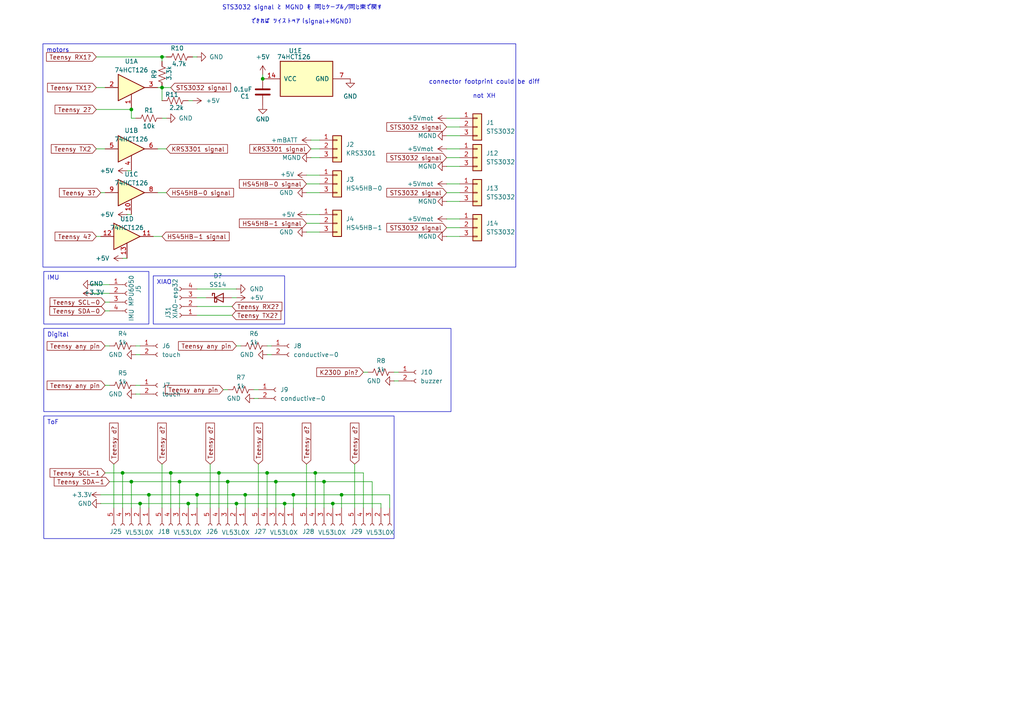
<source format=kicad_sch>
(kicad_sch (version 20250114) (generator "eeschema") (generator_version "9.0")
  (paper "A4")
  (lib_symbols
    (symbol "2026-01-05_00-17-44:TPS56A37RPAR" (pin_names (offset 0.254))
      (property "Reference" "U" (at 0 2.54 0))
      (property "Value" "TPS56A37RPAR" (at 0 0 0))
      (symbol "TPS56A37RPAR_0_1"
        (pin power_in line (at 0 0 0) (length 5.08) (name "VIN") (number "8"))
        (pin input line (at 0 -5.08 0) (length 5.08) (name "EN") (number "1"))
        (pin unspecified line (at 0 -17.78 0) (length 5.08) (name "SS") (number "5"))
        (pin unspecified line (at 0 -27.94 0) (length 5.08) (name "MODE") (number "10"))
        (pin unspecified line (at 35.56 0 180) (length 5.08) (name "BOOT") (number "7"))
        (pin unspecified line (at 35.56 -7.62 180) (length 5.08) (name "SW") (number "6"))
        (pin open_collector line (at 35.56 -12.7 180) (length 5.08) (name "PG") (number "4"))
        (pin unspecified line (at 35.56 -17.78 180) (length 5.08) (name "FB") (number "2"))
        (pin power_in line (at 35.56 -22.86 180) (length 5.08) (name "PGND") (number "9"))
        (pin power_in line (at 35.56 -27.94 180) (length 5.08) (name "AGND") (number "3"))
      )
    )
    (symbol "74xx:74LS126" (pin_names (offset 1.016))
      (property "Reference" "U" (at 0 1.27 0))
      (property "Value" "74LS126" (at 0 -1.27 0))
      (symbol "74LS126_1_0"
        (pin input line (at -7.62 0 0) (length 3.81) (name "~") (number "2"))
        (pin input line (at 0 -6.35 90) (length 4.445) (name "~") (number "1"))
        (pin tri_state line (at 7.62 0 180) (length 3.81) (name "~") (number "3"))
      )
      (symbol "74LS126_2_0"
        (pin input line (at -7.62 0 0) (length 3.81) (name "~") (number "5"))
        (pin input line (at 0 -6.35 90) (length 4.445) (name "~") (number "4"))
        (pin tri_state line (at 7.62 0 180) (length 3.81) (name "~") (number "6"))
      )
      (symbol "74LS126_3_0"
        (pin input line (at -7.62 0 0) (length 3.81) (name "~") (number "9"))
        (pin input line (at 0 -6.35 90) (length 4.445) (name "~") (number "10"))
        (pin tri_state line (at 7.62 0 180) (length 3.81) (name "~") (number "8"))
      )
      (symbol "74LS126_4_0"
        (pin input line (at -7.62 0 0) (length 3.81) (name "~") (number "12"))
        (pin input line (at 0 -6.35 90) (length 4.445) (name "~") (number "13"))
        (pin tri_state line (at 7.62 0 180) (length 3.81) (name "~") (number "11"))
      )
      (symbol "74LS126_5_0"
        (pin power_in line (at 0 12.7 270) (length 5.08) (name "VCC") (number "14"))
        (pin power_in line (at 0 -12.7 90) (length 5.08) (name "GND") (number "7"))
      )
    )
    (symbol "Connector:Conn_01x02_Socket" (pin_names (offset 1.016) (hide yes))
      (property "Reference" "J" (at 0 2.54 0))
      (property "Value" "Conn_01x02_Socket" (at 0 -5.08 0))
      (symbol "Conn_01x02_Socket_1_1"
        (pin passive line (at -5.08 0 0) (length 3.81) (name "Pin_1") (number "1"))
        (pin passive line (at -5.08 -2.54 0) (length 3.81) (name "Pin_2") (number "2"))
      )
    )
    (symbol "Connector:Conn_01x04_Socket" (pin_names (offset 1.016) (hide yes))
      (property "Reference" "J" (at 0 5.08 0))
      (property "Value" "Conn_01x04_Socket" (at 0 -7.62 0))
      (symbol "Conn_01x04_Socket_1_1"
        (pin passive line (at -5.08 2.54 0) (length 3.81) (name "Pin_1") (number "1"))
        (pin passive line (at -5.08 0 0) (length 3.81) (name "Pin_2") (number "2"))
        (pin passive line (at -5.08 -2.54 0) (length 3.81) (name "Pin_3") (number "3"))
        (pin passive line (at -5.08 -5.08 0) (length 3.81) (name "Pin_4") (number "4"))
      )
    )
    (symbol "Connector:Conn_01x05_Socket" (pin_names (offset 1.016) (hide yes))
      (property "Reference" "J" (at 0 7.62 0))
      (property "Value" "Conn_01x05_Socket" (at 0 -7.62 0))
      (symbol "Conn_01x05_Socket_1_1"
        (pin passive line (at -5.08 5.08 0) (length 3.81) (name "Pin_1") (number "1"))
        (pin passive line (at -5.08 2.54 0) (length 3.81) (name "Pin_2") (number "2"))
        (pin passive line (at -5.08 0 0) (length 3.81) (name "Pin_3") (number "3"))
        (pin passive line (at -5.08 -2.54 0) (length 3.81) (name "Pin_4") (number "4"))
        (pin passive line (at -5.08 -5.08 0) (length 3.81) (name "Pin_5") (number "5"))
      )
    )
    (symbol "Connector_Generic:Conn_01x02" (pin_names (offset 1.016) (hide yes))
      (property "Reference" "J" (at 0 2.54 0))
      (property "Value" "Conn_01x02" (at 0 -5.08 0))
      (symbol "Conn_01x02_1_1"
        (pin passive line (at -5.08 0 0) (length 3.81) (name "Pin_1") (number "1"))
        (pin passive line (at -5.08 -2.54 0) (length 3.81) (name "Pin_2") (number "2"))
      )
    )
    (symbol "Connector_Generic:Conn_01x03" (pin_names (offset 1.016) (hide yes))
      (property "Reference" "J" (at 0 5.08 0))
      (property "Value" "Conn_01x03" (at 0 -5.08 0))
      (symbol "Conn_01x03_1_1"
        (pin passive line (at -5.08 2.54 0) (length 3.81) (name "Pin_1") (number "1"))
        (pin passive line (at -5.08 0 0) (length 3.81) (name "Pin_2") (number "2"))
        (pin passive line (at -5.08 -2.54 0) (length 3.81) (name "Pin_3") (number "3"))
      )
    )
    (symbol "DEV-16771:DEV-16771" (pin_names (offset 1.016))
      (property "Reference" "U" (at -15.24 52.07 0))
      (property "Value" "DEV-16771" (at -15.24 -53.34 0))
      (symbol "DEV-16771_0_0"
        (pin input line (at -20.32 35.56 0) (length 5.08) (name "VIN") (number "VIN"))
        (pin bidirectional line (at -20.32 33.02 0) (length 5.08) (name "IN2") (number "5"))
        (pin bidirectional line (at -20.32 27.94 0) (length 5.08) (name "PROGRAM") (number "PROGRAM"))
        (pin bidirectional line (at -20.32 25.4 0) (length 5.08) (name "ON/OFF") (number "ON/OFF"))
        (pin bidirectional line (at -20.32 20.32 0) (length 5.08) (name "RX1") (number "0"))
        (pin bidirectional line (at -20.32 17.78 0) (length 5.08) (name "TX1") (number "1"))
        (pin bidirectional line (at -20.32 15.24 0) (length 5.08) (name "RX2") (number "7"))
        (pin bidirectional line (at -20.32 12.7 0) (length 5.08) (name "TX2") (number "8"))
        (pin bidirectional line (at -20.32 10.16 0) (length 5.08) (name "RX7") (number "28"))
        (pin bidirectional line (at -20.32 7.62 0) (length 5.08) (name "TX7") (number "29"))
        (pin bidirectional line (at -20.32 5.08 0) (length 5.08) (name "RX8") (number "34"))
        (pin bidirectional line (at -20.32 2.54 0) (length 5.08) (name "TX8") (number "35"))
        (pin bidirectional line (at -20.32 0 0) (length 5.08) (name "CRX3") (number "30"))
        (pin bidirectional line (at -20.32 -2.54 0) (length 5.08) (name "CTX3") (number "31"))
        (pin bidirectional clock (at -20.32 -7.62 0) (length 5.08) (name "LRCLK2") (number "3"))
        (pin bidirectional clock (at -20.32 -10.16 0) (length 5.08) (name "BCLK2") (number "4"))
        (pin bidirectional clock (at -20.32 -12.7 0) (length 5.08) (name "MCLK2") (number "33"))
        (pin bidirectional clock (at -20.32 -15.24 0) (length 5.08) (name "SCK") (number "13"))
        (pin bidirectional line (at -20.32 -20.32 0) (length 5.08) (name "A0") (number "14"))
        (pin bidirectional line (at -20.32 -22.86 0) (length 5.08) (name "A1") (number "15"))
        (pin bidirectional line (at -20.32 -25.4 0) (length 5.08) (name "A2") (number "16"))
        (pin bidirectional line (at -20.32 -27.94 0) (length 5.08) (name "A3") (number "17"))
        (pin bidirectional line (at -20.32 -30.48 0) (length 5.08) (name "A4") (number "18"))
        (pin bidirectional line (at -20.32 -33.02 0) (length 5.08) (name "A5") (number "19"))
        (pin bidirectional line (at -20.32 -35.56 0) (length 5.08) (name "A6") (number "20"))
        (pin bidirectional line (at -20.32 -38.1 0) (length 5.08) (name "A7") (number "21"))
        (pin bidirectional line (at -20.32 -40.64 0) (length 5.08) (name "A8") (number "22"))
        (pin power_in line (at 20.32 48.26 180) (length 5.08) (name "5V") (number "5V"))
        (pin power_in line (at 20.32 45.72 180) (length 5.08) (name "3.3V") (number "3.3V_1"))
        (pin power_in line (at 20.32 45.72 180) (length 5.08) (name "3.3V") (number "3.3V_2"))
        (pin power_in line (at 20.32 45.72 180) (length 5.08) (name "3.3V") (number "3.3V_3"))
        (pin passive line (at 20.32 43.18 180) (length 5.08) (name "VUSB") (number "VUSB"))
        (pin passive line (at 20.32 40.64 180) (length 5.08) (name "VBAT") (number "VBAT"))
        (pin bidirectional line (at 20.32 35.56 180) (length 5.08) (name "LED") (number "LED"))
        (pin bidirectional line (at 20.32 33.02 180) (length 5.08) (name "T-") (number "T-"))
        (pin bidirectional line (at 20.32 30.48 180) (length 5.08) (name "T+") (number "T+"))
        (pin bidirectional line (at 20.32 27.94 180) (length 5.08) (name "R-") (number "R-"))
        (pin bidirectional line (at 20.32 25.4 180) (length 5.08) (name "R+") (number "R+"))
        (pin bidirectional line (at 20.32 20.32 180) (length 5.08) (name "D+") (number "D+"))
        (pin bidirectional line (at 20.32 17.78 180) (length 5.08) (name "D-") (number "D-"))
        (pin output line (at 20.32 12.7 180) (length 5.08) (name "OUT2") (number "2"))
        (pin output line (at 20.32 10.16 180) (length 5.08) (name "OUT1D") (number "6"))
        (pin output line (at 20.32 7.62 180) (length 5.08) (name "OUT1C") (number "9"))
        (pin output line (at 20.32 5.08 180) (length 5.08) (name "OUT1B") (number "32"))
        (pin bidirectional line (at 20.32 0 180) (length 5.08) (name "CS3") (number "37"))
        (pin bidirectional line (at 20.32 -2.54 180) (length 5.08) (name "CS2") (number "36"))
        (pin bidirectional line (at 20.32 -5.08 180) (length 5.08) (name "CS1") (number "10"))
        (pin bidirectional line (at 20.32 -10.16 180) (length 5.08) (name "MISO") (number "12"))
        (pin bidirectional line (at 20.32 -12.7 180) (length 5.08) (name "MOSI") (number "11"))
        (pin bidirectional line (at 20.32 -20.32 180) (length 5.08) (name "A17") (number "41"))
        (pin bidirectional line (at 20.32 -22.86 180) (length 5.08) (name "A16") (number "40"))
        (pin bidirectional line (at 20.32 -25.4 180) (length 5.08) (name "A15") (number "39"))
        (pin bidirectional line (at 20.32 -27.94 180) (length 5.08) (name "A14") (number "38"))
        (pin bidirectional line (at 20.32 -30.48 180) (length 5.08) (name "A13") (number "27"))
        (pin bidirectional line (at 20.32 -33.02 180) (length 5.08) (name "A12") (number "26"))
        (pin bidirectional line (at 20.32 -35.56 180) (length 5.08) (name "A11") (number "25"))
        (pin bidirectional line (at 20.32 -38.1 180) (length 5.08) (name "A10") (number "24"))
        (pin bidirectional line (at 20.32 -40.64 180) (length 5.08) (name "A9") (number "23"))
        (pin power_in line (at 20.32 -45.72 180) (length 5.08) (name "GND") (number "GND1"))
        (pin power_in line (at 20.32 -45.72 180) (length 5.08) (name "GND") (number "GND2"))
        (pin power_in line (at 20.32 -45.72 180) (length 5.08) (name "GND") (number "GND3"))
        (pin power_in line (at 20.32 -45.72 180) (length 5.08) (name "GND") (number "GND4"))
        (pin power_in line (at 20.32 -45.72 180) (length 5.08) (name "GND") (number "GND5"))
        (pin power_in line (at 20.32 -48.26 180) (length 5.08) (name "USB_GND") (number "USB_GND1"))
        (pin power_in line (at 20.32 -48.26 180) (length 5.08) (name "USB_GND") (number "USB_GND2"))
      )
    )
    (symbol "Device:C" (pin_numbers (hide yes)) (pin_names (offset 0.254))
      (property "Reference" "C" (at 0.635 2.54 0))
      (property "Value" "C" (at 0.635 -2.54 0))
      (symbol "C_1_1"
        (pin passive line (at 0 3.81 270) (length 2.794) (name "~") (number "1"))
        (pin passive line (at 0 -3.81 90) (length 2.794) (name "~") (number "2"))
      )
    )
    (symbol "Device:C_Small" (pin_numbers (hide yes)) (pin_names (offset 0.254) (hide yes))
      (property "Reference" "C" (at 0.254 1.778 0))
      (property "Value" "C_Small" (at 0.254 -2.032 0))
      (symbol "C_Small_1_1"
        (pin passive line (at 0 2.54 270) (length 2.032) (name "~") (number "1"))
        (pin passive line (at 0 -2.54 90) (length 2.032) (name "~") (number "2"))
      )
    )
    (symbol "Device:L" (pin_numbers (hide yes)) (pin_names (offset 1.016) (hide yes))
      (property "Reference" "L" (at -1.27 0 90))
      (property "Value" "L" (at 1.905 0 90))
      (symbol "L_1_1"
        (pin passive line (at 0 3.81 270) (length 1.27) (name "1") (number "1"))
        (pin passive line (at 0 -3.81 90) (length 1.27) (name "2") (number "2"))
      )
    )
    (symbol "Device:R_US" (pin_numbers (hide yes)) (pin_names (offset 0))
      (property "Reference" "R" (at 2.54 0 90))
      (property "Value" "R_US" (at -2.54 0 90))
      (symbol "R_US_1_1"
        (pin passive line (at 0 3.81 270) (length 1.27) (name "~") (number "1"))
        (pin passive line (at 0 -3.81 90) (length 1.27) (name "~") (number "2"))
      )
    )
    (symbol "Diode:SS14" (pin_numbers (hide yes)) (pin_names (offset 1.016) (hide yes))
      (property "Reference" "D" (at 0 2.54 0))
      (property "Value" "SS14" (at 0 -2.54 0))
      (symbol "SS14_1_1"
        (pin passive line (at -3.81 0 0) (length 2.54) (name "K") (number "1"))
        (pin passive line (at 3.81 0 180) (length 2.54) (name "A") (number "2"))
      )
    )
    (symbol "GF-126-0159:GF-126-0159" (pin_names (offset 1.016))
      (property "Reference" "S" (at -5.08 10.922 0))
      (property "Value" "GF-126-0159" (at -5.08 -12.7 0))
      (symbol "GF-126-0159_0_0"
        (pin passive line (at -7.62 5.08 0) (length 2.54) (name "~") (number "2"))
        (pin passive line (at -7.62 -5.08 0) (length 2.54) (name "~") (number "5"))
        (pin passive line (at 7.62 7.62 180) (length 2.54) (name "~") (number "1"))
        (pin passive line (at 7.62 2.54 180) (length 2.54) (name "~") (number "3"))
        (pin passive line (at 7.62 -2.54 180) (length 2.54) (name "~") (number "4"))
        (pin passive line (at 7.62 -7.62 180) (length 2.54) (name "~") (number "6"))
      )
    )
    (symbol "K230D:K230D-Zero"
      (property "Reference" "U" (at 0 0 0))
      (property "Value" "K230D" (at 0 0 0))
      (symbol "K230D-Zero_1_1"
        (pin power_in line (at -1.27 -2.54 0) (length 2.54) (name "3.3v") (number "1"))
        (pin input line (at -1.27 -5.08 0) (length 2.54) (name "RX2/SDA/3D_CTRL_OUT2") (number "3"))
        (pin bidirectional line (at -1.27 -7.62 0) (length 2.54) (name "TX2/SCL/3D_CTRL_OUT1") (number "5"))
        (pin output line (at -1.27 -10.16 0) (length 2.54) (name "JTAG_TMS_/_PULSE_CNTR3_/_UART2_TXD") (number "7"))
        (pin bidirectional line (at -1.27 -12.7 0) (length 2.54) (name "GND") (number "9"))
        (pin bidirectional line (at -1.27 -15.24 0) (length 2.54) (name "OSPI_D3_/_QSPI1_CS1_/_QSPI0_D3") (number "11"))
        (pin bidirectional line (at -1.27 -17.78 0) (length 2.54) (name "JTAG_RST_/_PULSE_CNTR4_/_UART2_RXD") (number "13"))
        (pin bidirectional line (at -1.27 -20.32 0) (length 2.54) (name "JTAG_TCK_/_PULSE_CNTR0") (number "15"))
        (pin bidirectional line (at -1.27 -22.86 0) (length 2.54) (name "3.3v") (number "17"))
        (pin bidirectional line (at -1.27 -25.4 0) (length 2.54) (name "OSPI_D0_/_QSPI1_CS4_/_QSPI0_D0") (number "19"))
        (pin bidirectional line (at -1.27 -27.94 0) (length 2.54) (name "OSPI_D1_/_QSPI1_CS3_/_QSPI0_D1") (number "21"))
        (pin bidirectional line (at -1.27 -30.48 0) (length 2.54) (name "OSPI_CLK_/_QSPI0_CLK") (number "23"))
        (pin bidirectional line (at -1.27 -33.02 0) (length 2.54) (name "GND") (number "25"))
        (pin bidirectional line (at -1.27 -35.56 0) (length 2.54) (name "IIC0_SDA_/_IIS_WS_/_UART3_RXD") (number "27"))
        (pin bidirectional line (at -1.27 -38.1 0) (length 2.54) (name "PWM5_/_QSPI1_D3_/_PULSE_CNTR5") (number "29"))
        (pin bidirectional line (at -1.27 -40.64 0) (length 2.54) (name "OSPI_DQS_/_QSPI1_D2_/_PULSE_CNTR4") (number "31"))
        (pin bidirectional line (at -1.27 -43.18 0) (length 2.54) (name "PWM0_/_IIC0_SCL_/_QSPI0_CS2_/_HSYNC1") (number "33"))
        (pin bidirectional line (at -1.27 -45.72 0) (length 2.54) (name "OSPI_D7_/_QSPI1_D1_/_PULSE_CNTR3") (number "35"))
        (pin bidirectional line (at -1.27 -48.26 0) (length 2.54) (name "M_CLK3_/_UART3_RE	") (number "37"))
        (pin bidirectional line (at -1.27 -50.8 0) (length 2.54) (name "GND") (number "39"))
        (pin power_in line (at 93.98 -2.54 180) (length 2.54) (name "5v") (number "2"))
        (pin bidirectional line (at 93.98 -5.08 180) (length 2.54) (name "5v") (number "4"))
        (pin bidirectional line (at 93.98 -7.62 180) (length 2.54) (name "GND") (number "6"))
        (pin bidirectional line (at 93.98 -10.16 180) (length 2.54) (name "JTAG_TDI_/_PULSE_CNTR1_/_UART1_TXD") (number "8"))
        (pin bidirectional line (at 93.98 -12.7 180) (length 2.54) (name "JTAG_TDO_/_PULSE_CNTR2_/_UART1_RXD") (number "10"))
        (pin bidirectional line (at 93.98 -15.24 180) (length 2.54) (name "OSPI_D4_/_QSPI1_CS0_/_PULSE_CNTR0") (number "12"))
        (pin bidirectional line (at 93.98 -17.78 180) (length 2.54) (name "GND") (number "14"))
        (pin bidirectional line (at 93.98 -20.32 180) (length 2.54) (name "IIC1_SDA_/_IIS_D_OUT0_/_PDM_IN1_/_UART3_CTS") (number "16"))
        (pin bidirectional line (at 93.98 -22.86 180) (length 2.54) (name "3D_CTRL_IN_/_UART1_RXD_/_IIC1_SDA") (number "18"))
        (pin bidirectional line (at 93.98 -25.4 180) (length 2.54) (name "GND") (number "20"))
        (pin bidirectional line (at 93.98 -27.94 180) (length 2.54) (name "IIC1_SCL_/_IIS_D_I0_/_PDM_IN3_/_UART3_RTS") (number "22"))
        (pin bidirectional line (at 93.98 -30.48 180) (length 2.54) (name "OSPI_CS_/_QSPI0_CS0") (number "24"))
        (pin bidirectional line (at 93.98 -33.02 180) (length 2.54) (name "M_CLK2_/_UART3_DE") (number "26"))
        (pin bidirectional line (at 93.98 -35.56 180) (length 2.54) (name "IIC0_SCL_/_IIS_CLK_/_UART3_TXD") (number "28"))
        (pin bidirectional line (at 93.98 -38.1 180) (length 2.54) (name "GND") (number "30"))
        (pin bidirectional line (at 93.98 -40.64 180) (length 2.54) (name "PWM1_/_IIC0_SDA_/_QSPI0_CS1_/_VSYNC1") (number "32"))
        (pin bidirectional line (at 93.98 -43.18 180) (length 2.54) (name "GND") (number "34"))
        (pin bidirectional line (at 93.98 -45.72 180) (length 2.54) (name "OSPI_D2_/_QSPI1_CS2_/_QSPI0_D2") (number "36"))
        (pin bidirectional line (at 93.98 -48.26 180) (length 2.54) (name "OSPI_D6_/_QSPI1_D0_/_PULSE_CNTR2") (number "38"))
        (pin bidirectional line (at 93.98 -50.8 180) (length 2.54) (name "OSPI_D5_/_QSPI1_CLK_/_PULSE_CNTR1") (number "40"))
      )
    )
    (symbol "Regulator_Switching:AP63201WU"
      (property "Reference" "U" (at -7.62 6.35 0))
      (property "Value" "AP63201WU" (at 2.54 6.35 0))
      (symbol "AP63201WU_1_1"
        (pin power_in line (at -10.16 2.54 0) (length 2.54) (name "IN") (number "3"))
        (pin input line (at -10.16 -2.54 0) (length 2.54) (name "EN") (number "2"))
        (pin power_in line (at 0 -7.62 90) (length 2.54) (name "GND") (number "4"))
        (pin output line (at 10.16 2.54 180) (length 2.54) (name "SW") (number "5"))
        (pin passive line (at 10.16 0 180) (length 2.54) (name "BST") (number "6"))
        (pin input line (at 10.16 -2.54 180) (length 2.54) (name "FB") (number "1"))
      )
    )
    (symbol "Simulation_SPICE:PMOS" (pin_numbers (hide yes)) (pin_names (offset 0))
      (property "Reference" "Q" (at 5.08 1.27 0))
      (property "Value" "PMOS" (at 5.08 -1.27 0))
      (symbol "PMOS_1_1"
        (pin input line (at -5.08 0 0) (length 2.54) (name "G") (number "2"))
        (pin passive line (at 2.54 5.08 270) (length 2.54) (name "D") (number "1"))
        (pin passive line (at 2.54 -5.08 90) (length 2.54) (name "S") (number "3"))
      )
    )
    (symbol "Transistor_BJT:SS8050" (pin_names (offset 0) (hide yes))
      (property "Reference" "Q" (at 5.08 1.905 0))
      (property "Value" "SS8050" (at 5.08 0 0))
      (symbol "SS8050_1_1"
        (pin input line (at -5.08 0 0) (length 2.54) (name "B") (number "1"))
        (pin passive line (at 2.54 5.08 270) (length 2.54) (name "C") (number "3"))
        (pin passive line (at 2.54 -5.08 90) (length 2.54) (name "E") (number "2"))
      )
    )
    (symbol "power:+1V0" (power) (pin_numbers (hide yes)) (pin_names (offset 0) (hide yes))
      (property "Value" "+1V0" (at 0 3.556 0))
      (symbol "+1V0_1_1"
        (pin power_in line (at 0 0 90) (length 0) (name "~") (number "1"))
      )
    )
    (symbol "power:+3.3V" (power) (pin_numbers (hide yes)) (pin_names (offset 0) (hide yes))
      (property "Value" "+3.3V" (at 0 3.556 0))
      (symbol "+3.3V_1_1"
        (pin power_in line (at 0 0 90) (length 0) (name "~") (number "1"))
      )
    )
    (symbol "power:+5V" (power) (pin_numbers (hide yes)) (pin_names (offset 0) (hide yes))
      (property "Value" "+5V" (at 0 3.556 0))
      (symbol "+5V_1_1"
        (pin power_in line (at 0 0 90) (length 0) (name "~") (number "1"))
      )
    )
    (symbol "power:+6V" (power) (pin_numbers (hide yes)) (pin_names (offset 0) (hide yes))
      (property "Value" "+6V" (at 0 3.556 0))
      (symbol "+6V_1_1"
        (pin power_in line (at 0 0 90) (length 0) (name "~") (number "1"))
      )
    )
    (symbol "power:Earth" (power) (pin_numbers (hide yes)) (pin_names (offset 0) (hide yes))
      (property "Value" "Earth" (at 0 -3.81 0))
      (symbol "Earth_1_1"
        (pin power_in line (at 0 0 270) (length 0) (name "~") (number "1"))
      )
    )
    (symbol "power:GND" (power) (pin_numbers (hide yes)) (pin_names (offset 0) (hide yes))
      (property "Value" "GND" (at 0 -3.81 0))
      (symbol "GND_1_1"
        (pin power_in line (at 0 0 270) (length 0) (name "~") (number "1"))
      )
    )
  )
  (rectangle (start 21.59 -176.53) (end 185.42 -17.78))
  (text "change to AP64500SP-13\n5v x2\n3.3v x1\n\n" (at 9.906 -116.078 0) (effects (font (size 2.54 2.54) (thickness 0.254) (bold yes))))
  (text "- teensy のピンを１つ選んでそのピンとmgndの最短ルートを１線つなげばいける？\n\n- STS信号線とMGNDを「セットで」配線する\n\nSTS3032 signal と MGND を 同じケーブル/同じ束で戻す\n\nできれば ツイストペア（signal+MGND）" (at 87.63 0.254 0) (effects (font (size 1.27 1.27))))
  (text "start reset sw\n" (at 268.986 -99.568 0) (effects (font (size 2.54 2.54) (thickness 0.254) (bold yes))))
  (text "replace this hole eneble thing with LTC4358\n\nsuch that reverse current would be blocked\n" (at 461.01 18.796 0) (effects (font (size 1.27 1.27))))
  (text "Regulators\n" (at 25.146 -175.514 0) (effects (font (size 1.27 1.27))))
  (text "power mannagement + protection ciruit\nbattery 2500mAh 6.6v 70C\n\n5v- k230~camera, xiao~camera, teency, 74HC126, HS45HB\n3.3v- MPU6050, VL53L0X, touch, conductive sensor, voltage dividor\n6.6v- KRS3301, STS3032\n\n----brief brainstorm-------\n1. DCDC Converter (5V 3A) - Unit 1\n\nAssignment: System A (AI Camera)\n\nExplanation: Dedicated exclusively to the K230. It isolates the camera from noise and prevents it from rebooting due to voltage drops caused by motors.\n\n2. DCDC Converter (5V 3A) - Unit 2\n\nAssignment: System B (Control & Standard Servos)\n\nExplanation: Powers the Teensy, XIAO, 74HC126, and HS-45HB servos. It handles the load of the standard servos while supplying logic power to the microcontrollers.\n\n3. Voltage Regulator (3.3V 1A)\n\nAssignment: System C (Sensors)\n\nExplanation: Powers the VL53L0X array (x10) and MPU6050. This is necessary because the Teensy's onboard 3.3V output does not have enough current capacity for 10 sensors.\n\n4. Schottky Barrier Diode\n\nAssignment: Protection Circuit\n\nExplanation: Placed between the 5V power source and the XIAO. It prevents reverse current from flowing back into your computer when the XIAO is connected via USB.\n" (at 107.442 247.142 0) (effects (font (size 1.27 1.27))))
  (text "connector footprint could be diff\n\nnot XH" (at 140.462 25.908 0) (effects (font (size 1.27 1.27))))
  (text_box "motors\n" (at 12.446 12.7 0) (size 137.16 64.77) (margins 0.9525 0.9525 0.9525 0.9525) (effects (font (size 1.27 1.27)) (justify left top)))
  (text_box "ToF" (at 12.7 120.65 0) (size 101.6 35.56) (margins 0.9525 0.9525 0.9525 0.9525) (effects (font (size 1.27 1.27)) (justify left top)))
  (text_box "IMU" (at 12.7 78.74 0) (size 30.48 15.24) (margins 0.9525 0.9525 0.9525 0.9525) (effects (font (size 1.27 1.27)) (justify left top)))
  (text_box "XIAO" (at -80.01 -48.26 0) (size 50.8 39.37) (margins 0.9525 0.9525 0.9525 0.9525) (effects (font (size 1.27 1.27)) (justify left top)))
  (text_box "Power" (at 204.47 -85.09 0) (size 87.63 81.28) (margins 0.9525 0.9525 0.9525 0.9525) (effects (font (size 1.27 1.27)) (justify left top)))
  (text_box "XIAO" (at 44.45 80.01 0) (size 38.1 13.97) (margins 0.9525 0.9525 0.9525 0.9525) (effects (font (size 1.27 1.27)) (justify left top)))
  (text_box "Digital" (at 12.7 95.25 0) (size 118.11 24.13) (margins 0.9525 0.9525 0.9525 0.9525) (effects (font (size 1.27 1.27)) (justify left top)))
  (junction (at 63.5 137.16))
  (junction (at 102.87 -31.75))
  (junction (at 38.1 31.75))
  (junction (at 52.07 -163.83))
  (junction (at 407.67 64.77))
  (junction (at 162.56 -163.83))
  (junction (at 104.14 -69.85))
  (junction (at 111.76 -77.47))
  (junction (at 49.53 137.16))
  (junction (at 226.06 -52.07))
  (junction (at 52.07 139.7))
  (junction (at 207.01 -39.37))
  (junction (at 76.2 -77.47))
  (junction (at 77.47 137.16))
  (junction (at 151.13 -158.75))
  (junction (at 316.23 96.52))
  (junction (at 163.83 -100.33))
  (junction (at 91.44 137.16))
  (junction (at 35.56 137.16))
  (junction (at 322.58 96.52))
  (junction (at 46.99 25.4))
  (junction (at 415.29 36.83))
  (junction (at 48.26 -80.01))
  (junction (at 322.58 104.14))
  (junction (at 38.1 139.7))
  (junction (at 43.18 143.51))
  (junction (at 92.71 -110.49))
  (junction (at 86.36 -110.49))
  (junction (at 119.38 -69.85))
  (junction (at 40.64 -41.91))
  (junction (at 119.38 -156.21))
  (junction (at 54.61 146.05))
  (junction (at 306.07 59.69))
  (junction (at 76.2 22.86))
  (junction (at 41.91 -80.01))
  (junction (at 407.67 44.45))
  (junction (at 425.45 29.21))
  (junction (at 110.49 -39.37))
  (junction (at 66.04 139.7))
  (junction (at 80.01 139.7))
  (junction (at 46.99 -41.91))
  (junction (at 39.37 -163.83))
  (junction (at 45.72 -163.83))
  (junction (at 74.93 -39.37))
  (junction (at 46.99 16.51))
  (junction (at 107.95 -163.83))
  (junction (at 85.09 143.51))
  (junction (at 458.47 34.29))
  (junction (at 129.54 -148.59))
  (junction (at 410.21 29.21))
  (junction (at 137.16 -100.33))
  (junction (at 129.54 -156.21))
  (junction (at 207.01 -49.53))
  (junction (at 156.21 -107.95))
  (junction (at 151.13 -163.83))
  (junction (at 40.64 146.05))
  (junction (at 148.59 -107.95))
  (junction (at 92.71 -69.85))
  (junction (at 105.41 -135.89))
  (junction (at 91.44 -39.37))
  (junction (at 57.15 143.51))
  (junction (at 420.37 29.21))
  (junction (at 138.43 -163.83))
  (junction (at 137.16 -107.95))
  (junction (at 407.67 69.85))
  (junction (at 93.98 139.7))
  (junction (at 129.54 -163.83))
  (junction (at 227.33 -24.13))
  (junction (at 415.29 29.21))
  (junction (at 82.55 146.05))
  (junction (at 91.44 -31.75))
  (junction (at 420.37 36.83))
  (junction (at 316.23 104.14))
  (junction (at 99.06 143.51))
  (junction (at 39.37 -158.75))
  (junction (at 209.55 -72.39))
  (junction (at 96.52 146.05))
  (junction (at 102.87 -39.37))
  (junction (at 118.11 -39.37))
  (junction (at 266.7 -66.04))
  (junction (at 425.45 36.83))
  (junction (at 403.86 29.21))
  (junction (at 104.14 -77.47))
  (junction (at 207.01 -21.59))
  (junction (at 34.29 -163.83))
  (junction (at 71.12 143.51))
  (junction (at 119.38 -163.83))
  (junction (at 407.67 52.07))
  (junction (at 163.83 -107.95))
  (junction (at 148.59 -100.33))
  (junction (at 92.71 -77.47))
  (junction (at 118.11 -31.75))
  (junction (at 306.07 77.47))
  (junction (at 119.38 -77.47))
  (junction (at 120.65 -107.95))
  (junction (at 68.58 146.05))
  (wire (pts (xy 308.61 59.69) (xy 306.07 59.69)))
  (wire (pts (xy 87.63 -39.37) (xy 91.44 -39.37)))
  (wire (pts (xy 39.37 100.33) (xy 40.64 100.33)))
  (wire (pts (xy 92.71 -69.85) (xy 73.66 -69.85)))
  (wire (pts (xy 88.9 134.62) (xy 88.9 147.32)))
  (wire (pts (xy 52.07 -163.83) (xy 52.07 -158.75)))
  (wire (pts (xy 403.86 52.07) (xy 407.67 52.07)))
  (wire (pts (xy 63.5 147.32) (xy 63.5 137.16)))
  (wire (pts (xy 48.26 34.29) (xy 46.99 34.29)))
  (wire (pts (xy 68.58 100.33) (xy 69.85 100.33)))
  (wire (pts (xy 102.87 -31.75) (xy 91.44 -31.75)))
  (wire (pts (xy 88.9 55.88) (xy 92.71 55.88)))
  (wire (pts (xy 95.25 -110.49) (xy 92.71 -110.49)))
  (wire (pts (xy 52.07 -163.83) (xy 60.96 -163.83)))
  (wire (pts (xy 80.01 147.32) (xy 80.01 139.7)))
  (wire (pts (xy 38.1 34.29) (xy 38.1 31.75)))
  (wire (pts (xy 306.07 39.37) (xy 306.07 59.69)))
  (wire (pts (xy 30.48 90.17) (xy 31.75 90.17)))
  (wire (pts (xy 129.54 55.88) (xy 133.35 55.88)))
  (wire (pts (xy 119.38 -163.83) (xy 129.54 -163.83)))
  (wire (pts (xy 129.54 43.18) (xy 133.35 43.18)))
  (wire (pts (xy 71.12 143.51) (xy 57.15 143.51)))
  (wire (pts (xy 46.99 -41.91) (xy 40.64 -41.91)))
  (wire (pts (xy 125.73 -107.95) (xy 120.65 -107.95)))
  (wire (pts (xy 107.95 -163.83) (xy 109.22 -163.83)))
  (wire (pts (xy 71.12 -85.09) (xy 76.2 -85.09)))
  (wire (pts (xy 266.7 -66.04) (xy 267.97 -66.04)))
  (wire (pts (xy 403.86 29.21) (xy 403.86 31.75)))
  (wire (pts (xy 38.1 147.32) (xy 38.1 139.7)))
  (wire (pts (xy 69.85 -46.99) (xy 74.93 -46.99)))
  (wire (pts (xy 129.54 45.72) (xy 133.35 45.72)))
  (wire (pts (xy 69.85 -41.91) (xy 69.85 -46.99)))
  (wire (pts (xy 226.06 -52.07) (xy 223.52 -52.07)))
  (wire (pts (xy 55.88 -135.89) (xy 60.96 -135.89)))
  (wire (pts (xy 46.99 -36.83) (xy 46.99 -41.91)))
  (wire (pts (xy 66.04 147.32) (xy 66.04 139.7)))
  (wire (pts (xy 39.37 102.87) (xy 40.64 102.87)))
  (wire (pts (xy 420.37 36.83) (xy 425.45 36.83)))
  (wire (pts (xy 116.84 -163.83) (xy 119.38 -163.83)))
  (wire (pts (xy 209.55 -73.66) (xy 209.55 -72.39)))
  (wire (pts (xy 99.06 147.32) (xy 99.06 143.51)))
  (wire (pts (xy 74.93 113.03) (xy 73.66 113.03)))
  (wire (pts (xy 80.01 139.7) (xy 66.04 139.7)))
  (wire (pts (xy 120.65 -39.37) (xy 118.11 -39.37)))
  (wire (pts (xy 129.54 -148.59) (xy 129.54 -135.89)))
  (wire (pts (xy 54.61 147.32) (xy 54.61 146.05)))
  (wire (pts (xy 39.37 114.3) (xy 40.64 114.3)))
  (wire (pts (xy 55.88 29.21) (xy 54.61 29.21)))
  (wire (pts (xy 115.57 -107.95) (xy 120.65 -107.95)))
  (wire (pts (xy 243.84 -46.99) (xy 246.38 -46.99)))
  (wire (pts (xy 72.39 -36.83) (xy 69.85 -36.83)))
  (wire (pts (xy 57.15 147.32) (xy 57.15 143.51)))
  (wire (pts (xy 49.53 137.16) (xy 35.56 137.16)))
  (wire (pts (xy 54.61 146.05) (xy 40.64 146.05)))
  (wire (pts (xy 133.35 -107.95) (xy 137.16 -107.95)))
  (wire (pts (xy 227.33 -24.13) (xy 223.52 -24.13)))
  (wire (pts (xy 265.43 -62.23) (xy 266.7 -62.23)))
  (wire (pts (xy 46.99 134.62) (xy 46.99 147.32)))
  (wire (pts (xy 88.9 62.23) (xy 92.71 62.23)))
  (wire (pts (xy 93.98 139.7) (xy 80.01 139.7)))
  (wire (pts (xy 82.55 147.32) (xy 82.55 146.05)))
  (wire (pts (xy 129.54 -149.86) (xy 129.54 -148.59)))
  (wire (pts (xy 91.44 137.16) (xy 77.47 137.16)))
  (wire (pts (xy 420.37 29.21) (xy 425.45 29.21)))
  (wire (pts (xy 43.18 143.51) (xy 43.18 147.32)))
  (wire (pts (xy 96.52 146.05) (xy 82.55 146.05)))
  (wire (pts (xy 46.99 25.4) (xy 46.99 29.21)))
  (wire (pts (xy 33.02 134.62) (xy 33.02 147.32)))
  (wire (pts (xy 88.9 64.77) (xy 92.71 64.77)))
  (wire (pts (xy 91.44 147.32) (xy 91.44 137.16)))
  (wire (pts (xy 96.52 -163.83) (xy 101.6 -163.83)))
  (wire (pts (xy 67.31 86.36) (xy 68.58 86.36)))
  (wire (pts (xy 106.68 -163.83) (xy 107.95 -163.83)))
  (wire (pts (xy 73.66 115.57) (xy 74.93 115.57)))
  (wire (pts (xy 207.01 -49.53) (xy 208.28 -49.53)))
  (wire (pts (xy 29.21 55.88) (xy 30.48 55.88)))
  (wire (pts (xy 46.99 25.4) (xy 49.53 25.4)))
  (wire (pts (xy 60.96 134.62) (xy 60.96 147.32)))
  (wire (pts (xy 45.72 43.18) (xy 48.26 43.18)))
  (wire (pts (xy 209.55 -72.39) (xy 209.55 -71.12)))
  (wire (pts (xy 78.74 100.33) (xy 77.47 100.33)))
  (wire (pts (xy 138.43 -158.75) (xy 151.13 -158.75)))
  (wire (pts (xy 95.25 -105.41) (xy 92.71 -105.41)))
  (wire (pts (xy 71.12 -77.47) (xy 76.2 -77.47)))
  (wire (pts (xy 105.41 147.32) (xy 105.41 137.16)))
  (wire (pts (xy 162.56 -163.83) (xy 173.99 -163.83)))
  (wire (pts (xy 36.83 49.53) (xy 38.1 49.53)))
  (wire (pts (xy 316.23 96.52) (xy 322.58 96.52)))
  (wire (pts (xy 226.06 -52.07) (xy 226.06 -41.91)))
  (wire (pts (xy 57.15 88.9) (xy 67.31 88.9)))
  (wire (pts (xy 119.38 -69.85) (xy 111.76 -69.85)))
  (wire (pts (xy 27.94 43.18) (xy 30.48 43.18)))
  (wire (pts (xy 96.52 147.32) (xy 96.52 146.05)))
  (wire (pts (xy 73.66 -74.93) (xy 71.12 -74.93)))
  (wire (pts (xy 110.49 -39.37) (xy 102.87 -39.37)))
  (wire (pts (xy 99.06 143.51) (xy 85.09 143.51)))
  (wire (pts (xy 104.14 -69.85) (xy 92.71 -69.85)))
  (wire (pts (xy 306.07 77.47) (xy 306.07 78.74)))
  (wire (pts (xy 60.96 -66.04) (xy 60.96 -69.85)))
  (wire (pts (xy 410.21 29.21) (xy 415.29 29.21)))
  (wire (pts (xy 77.47 102.87) (xy 78.74 102.87)))
  (wire (pts (xy 403.86 44.45) (xy 407.67 44.45)))
  (wire (pts (xy 208.28 -21.59) (xy 207.01 -21.59)))
  (wire (pts (xy 104.14 -77.47) (xy 92.71 -77.47)))
  (wire (pts (xy 226.06 -57.15) (xy 226.06 -52.07)))
  (wire (pts (xy 45.72 -158.75) (xy 39.37 -158.75)))
  (wire (pts (xy -45.72 -25.4) (xy -44.45 -25.4)))
  (wire (pts (xy 119.38 -146.05) (xy 119.38 -156.21)))
  (wire (pts (xy 207.01 -39.37) (xy 207.01 -49.53)))
  (wire (pts (xy 68.58 83.82) (xy 57.15 83.82)))
  (wire (pts (xy 118.11 -100.33) (xy 118.11 -105.41)))
  (wire (pts (xy 129.54 53.34) (xy 133.35 53.34)))
  (wire (pts (xy 27.94 25.4) (xy 30.48 25.4)))
  (wire (pts (xy 92.71 -105.41) (xy 92.71 -110.49)))
  (wire (pts (xy 50.8 -80.01) (xy 48.26 -80.01)))
  (wire (pts (xy 308.61 77.47) (xy 306.07 77.47)))
  (wire (pts (xy 64.77 113.03) (xy 66.04 113.03)))
  (wire (pts (xy 39.37 34.29) (xy 38.1 34.29)))
  (wire (pts (xy 27.94 31.75) (xy 38.1 31.75)))
  (wire (pts (xy 34.29 -158.75) (xy 39.37 -158.75)))
  (wire (pts (xy 415.29 36.83) (xy 420.37 36.83)))
  (wire (pts (xy 72.39 -31.75) (xy 72.39 -36.83)))
  (wire (pts (xy -45.72 -27.94) (xy -44.45 -27.94)))
  (wire (pts (xy 52.07 139.7) (xy 66.04 139.7)))
  (wire (pts (xy 45.72 25.4) (xy 46.99 25.4)))
  (wire (pts (xy 457.2 34.29) (xy 458.47 34.29)))
  (wire (pts (xy 88.9 67.31) (xy 92.71 67.31)))
  (wire (pts (xy 59.69 -27.94) (xy 59.69 -31.75)))
  (wire (pts (xy 105.41 -135.89) (xy 96.52 -135.89)))
  (wire (pts (xy 105.41 137.16) (xy 91.44 137.16)))
  (wire (pts (xy 265.43 -66.04) (xy 266.7 -66.04)))
  (wire (pts (xy 91.44 -31.75) (xy 72.39 -31.75)))
  (wire (pts (xy 227.33 -24.13) (xy 227.33 -13.97)))
  (wire (pts (xy 118.11 -105.41) (xy 115.57 -105.41)))
  (wire (pts (xy 118.11 -31.75) (xy 110.49 -31.75)))
  (wire (pts (xy 407.67 64.77) (xy 407.67 69.85)))
  (wire (pts (xy 138.43 -163.83) (xy 151.13 -163.83)))
  (wire (pts (xy 156.21 -107.95) (xy 163.83 -107.95)))
  (wire (pts (xy 36.83 74.93) (xy 35.56 74.93)))
  (wire (pts (xy 115.57 -115.57) (xy 120.65 -115.57)))
  (wire (pts (xy 35.56 147.32) (xy 35.56 137.16)))
  (wire (pts (xy 96.52 -140.97) (xy 99.06 -140.97)))
  (wire (pts (xy 115.57 -110.49) (xy 115.57 -115.57)))
  (wire (pts (xy 46.99 16.51) (xy 48.26 16.51)))
  (wire (pts (xy 96.52 -156.21) (xy 107.95 -156.21)))
  (wire (pts (xy 39.37 -163.83) (xy 45.72 -163.83)))
  (wire (pts (xy 102.87 134.62) (xy 102.87 147.32)))
  (wire (pts (xy 69.85 -39.37) (xy 74.93 -39.37)))
  (wire (pts (xy 111.76 -77.47) (xy 119.38 -77.47)))
  (wire (pts (xy 52.07 -158.75) (xy 60.96 -158.75)))
  (wire (pts (xy 403.86 64.77) (xy 407.67 64.77)))
  (wire (pts (xy 40.64 146.05) (xy 40.64 147.32)))
  (wire (pts (xy 76.2 21.59) (xy 76.2 22.86)))
  (wire (pts (xy 107.95 -156.21) (xy 107.95 -163.83)))
  (wire (pts (xy 163.83 -100.33) (xy 156.21 -100.33)))
  (wire (pts (xy 29.21 143.51) (xy 43.18 143.51)))
  (wire (pts (xy 27.94 68.58) (xy 29.21 68.58)))
  (wire (pts (xy 426.72 38.1) (xy 426.72 36.83)))
  (wire (pts (xy 81.28 -77.47) (xy 76.2 -77.47)))
  (wire (pts (xy 166.37 -107.95) (xy 163.83 -107.95)))
  (wire (pts (xy 49.53 147.32) (xy 49.53 137.16)))
  (wire (pts (xy 57.15 16.51) (xy 55.88 16.51)))
  (wire (pts (xy 30.48 87.63) (xy 31.75 87.63)))
  (wire (pts (xy 107.95 139.7) (xy 93.98 139.7)))
  (wire (pts (xy 121.92 -77.47) (xy 119.38 -77.47)))
  (wire (pts (xy 80.01 -127) (xy 71.12 -127)))
  (wire (pts (xy 96.52 -146.05) (xy 119.38 -146.05)))
  (wire (pts (xy 36.83 62.23) (xy 38.1 62.23)))
  (wire (pts (xy 45.72 55.88) (xy 48.26 55.88)))
  (wire (pts (xy 215.9 -72.39) (xy 215.9 -71.12)))
  (wire (pts (xy 162.56 -163.83) (xy 151.13 -163.83)))
  (wire (pts (xy 45.72 -163.83) (xy 52.07 -163.83)))
  (wire (pts (xy 415.29 29.21) (xy 420.37 29.21)))
  (wire (pts (xy 208.28 -39.37) (xy 207.01 -39.37)))
  (wire (pts (xy 316.23 104.14) (xy 322.58 104.14)))
  (wire (pts (xy 90.17 40.64) (xy 92.71 40.64)))
  (wire (pts (xy 71.12 -80.01) (xy 71.12 -85.09)))
  (wire (pts (xy 48.26 -74.93) (xy 48.26 -80.01)))
  (wire (pts (xy 30.48 111.76) (xy 31.75 111.76)))
  (wire (pts (xy 88.9 50.8) (xy 92.71 50.8)))
  (wire (pts (xy 49.53 -41.91) (xy 46.99 -41.91)))
  (wire (pts (xy 48.26 -80.01) (xy 41.91 -80.01)))
  (wire (pts (xy 85.09 147.32) (xy 85.09 143.51)))
  (wire (pts (xy 30.48 100.33) (xy 31.75 100.33)))
  (wire (pts (xy 464.82 52.07) (xy 464.82 50.8)))
  (wire (pts (xy 322.58 104.14) (xy 323.85 104.14)))
  (wire (pts (xy 227.33 -13.97) (xy 223.52 -13.97)))
  (wire (pts (xy 44.45 68.58) (xy 46.99 68.58)))
  (wire (pts (xy 80.01 -39.37) (xy 74.93 -39.37)))
  (wire (pts (xy 407.67 52.07) (xy 407.67 64.77)))
  (wire (pts (xy 110.49 147.32) (xy 110.49 146.05)))
  (wire (pts (xy 88.9 53.34) (xy 92.71 53.34)))
  (wire (pts (xy 92.71 -110.49) (xy 86.36 -110.49)))
  (wire (pts (xy 308.61 39.37) (xy 306.07 39.37)))
  (wire (pts (xy 43.18 143.51) (xy 57.15 143.51)))
  (wire (pts (xy 74.93 134.62) (xy 74.93 147.32)))
  (wire (pts (xy 129.54 66.04) (xy 133.35 66.04)))
  (wire (pts (xy 73.66 -69.85) (xy 73.66 -74.93)))
  (wire (pts (xy 102.87 -39.37) (xy 91.44 -39.37)))
  (wire (pts (xy 52.07 139.7) (xy 38.1 139.7)))
  (wire (pts (xy 463.55 52.07) (xy 464.82 52.07)))
  (wire (pts (xy 77.47 137.16) (xy 63.5 137.16)))
  (wire (pts (xy 52.07 147.32) (xy 52.07 139.7)))
  (wire (pts (xy 148.59 -100.33) (xy 137.16 -100.33)))
  (wire (pts (xy 156.21 -107.95) (xy 148.59 -107.95)))
  (wire (pts (xy 407.67 44.45) (xy 407.67 52.07)))
  (wire (pts (xy 110.49 146.05) (xy 96.52 146.05)))
  (wire (pts (xy 364.49 91.44) (xy 367.03 91.44)))
  (wire (pts (xy 49.53 -36.83) (xy 46.99 -36.83)))
  (wire (pts (xy 129.54 -135.89) (xy 105.41 -135.89)))
  (wire (pts (xy 129.54 63.5) (xy 133.35 63.5)))
  (wire (pts (xy 82.55 146.05) (xy 68.58 146.05)))
  (wire (pts (xy 129.54 36.83) (xy 133.35 36.83)))
  (wire (pts (xy 26.67 82.55) (xy 31.75 82.55)))
  (wire (pts (xy 119.38 -158.75) (xy 119.38 -156.21)))
  (wire (pts (xy 137.16 -100.33) (xy 118.11 -100.33)))
  (wire (pts (xy 31.75 -163.83) (xy 34.29 -163.83)))
  (wire (pts (xy 113.03 143.51) (xy 99.06 143.51)))
  (wire (pts (xy 129.54 68.58) (xy 133.35 68.58)))
  (wire (pts (xy 209.55 -72.39) (xy 215.9 -72.39)))
  (wire (pts (xy 38.1 139.7) (xy 31.75 139.7)))
  (wire (pts (xy 407.67 34.29) (xy 407.67 44.45)))
  (wire (pts (xy 410.21 36.83) (xy 415.29 36.83)))
  (wire (pts (xy 325.12 96.52) (xy 322.58 96.52)))
  (wire (pts (xy 71.12 147.32) (xy 71.12 143.51)))
  (wire (pts (xy 115.57 107.95) (xy 114.3 107.95)))
  (wire (pts (xy 227.33 -27.94) (xy 227.33 -24.13)))
  (wire (pts (xy 59.69 86.36) (xy 57.15 86.36)))
  (wire (pts (xy 260.35 -46.99) (xy 262.89 -46.99)))
  (wire (pts (xy 226.06 -41.91) (xy 223.52 -41.91)))
  (wire (pts (xy 113.03 147.32) (xy 113.03 143.51)))
  (wire (pts (xy 403.86 34.29) (xy 407.67 34.29)))
  (wire (pts (xy 458.47 34.29) (xy 459.74 34.29)))
  (wire (pts (xy 26.67 85.09) (xy 31.75 85.09)))
  (wire (pts (xy 27.94 16.51) (xy 46.99 16.51)))
  (wire (pts (xy 426.72 36.83) (xy 425.45 36.83)))
  (wire (pts (xy 129.54 58.42) (xy 133.35 58.42)))
  (wire (pts (xy 403.86 29.21) (xy 410.21 29.21)))
  (wire (pts (xy 309.88 96.52) (xy 316.23 96.52)))
  (wire (pts (xy 129.54 39.37) (xy 133.35 39.37)))
  (wire (pts (xy 425.45 29.21) (xy 449.58 29.21)))
  (wire (pts (xy 46.99 17.78) (xy 46.99 16.51)))
  (wire (pts (xy 306.07 59.69) (xy 306.07 77.47)))
  (wire (pts (xy 403.86 69.85) (xy 407.67 69.85)))
  (wire (pts (xy 85.09 143.51) (xy 71.12 143.51)))
  (wire (pts (xy 119.38 -156.21) (xy 129.54 -156.21)))
  (wire (pts (xy 39.37 111.76) (xy 40.64 111.76)))
  (wire (pts (xy 67.31 91.44) (xy 57.15 91.44)))
  (wire (pts (xy 129.54 48.26) (xy 133.35 48.26)))
  (wire (pts (xy 207.01 -21.59) (xy 207.01 -39.37)))
  (wire (pts (xy 90.17 45.72) (xy 92.71 45.72)))
  (wire (pts (xy 266.7 -62.23) (xy 266.7 -66.04)))
  (wire (pts (xy 68.58 147.32) (xy 68.58 146.05)))
  (wire (pts (xy 77.47 147.32) (xy 77.47 137.16)))
  (wire (pts (xy 68.58 146.05) (xy 54.61 146.05)))
  (wire (pts (xy 207.01 -11.43) (xy 207.01 -21.59)))
  (wire (pts (xy 208.28 -11.43) (xy 207.01 -11.43)))
  (wire (pts (xy 35.56 137.16) (xy 30.48 137.16)))
  (wire (pts (xy 114.3 110.49) (xy 115.57 110.49)))
  (wire (pts (xy 111.76 -77.47) (xy 104.14 -77.47)))
  (wire (pts (xy 29.21 146.05) (xy 40.64 146.05)))
  (wire (pts (xy 162.56 -158.75) (xy 151.13 -158.75)))
  (wire (pts (xy 207.01 -49.53) (xy 207.01 -73.66)))
  (wire (pts (xy 464.82 43.18) (xy 464.82 41.91)))
  (wire (pts (xy 90.17 43.18) (xy 92.71 43.18)))
  (wire (pts (xy 93.98 147.32) (xy 93.98 139.7)))
  (wire (pts (xy 88.9 -77.47) (xy 92.71 -77.47)))
  (wire (pts (xy 129.54 34.29) (xy 133.35 34.29)))
  (wire (pts (xy 148.59 -107.95) (xy 137.16 -107.95)))
  (wire (pts (xy 105.41 107.95) (xy 106.68 107.95)))
  (wire (pts (xy 63.5 137.16) (xy 49.53 137.16)))
  (wire (pts (xy 107.95 147.32) (xy 107.95 139.7)))
  (wire (pts (xy 34.29 -163.83) (xy 39.37 -163.83)))
  (wire (pts (xy 110.49 -39.37) (xy 118.11 -39.37)))
  (wire (pts (xy 105.41 -96.52) (xy 105.41 -100.33)))
  (wire (pts (xy 309.88 104.14) (xy 316.23 104.14)))
  (wire (pts (xy 50.8 -74.93) (xy 48.26 -74.93)))
  (wire (pts (xy 129.54 -163.83) (xy 138.43 -163.83)))
  (global_label "Teensy SDA-1" (shape input) (at 31.75 139.7 180) (property "Intersheetrefs" "${INTERSHEET_REFS}" (effects (hide yes))))
  (global_label "Teensy 3?" (shape input) (at 29.21 55.88 180) (property "Intersheetrefs" "${INTERSHEET_REFS}" (effects (hide yes))))
  (global_label "Teensy 2?" (shape input) (at 27.94 31.75 180) (property "Intersheetrefs" "${INTERSHEET_REFS}" (effects (hide yes))))
  (global_label "Teensy SCL-1" (shape input) (at 30.48 137.16 180) (property "Intersheetrefs" "${INTERSHEET_REFS}" (effects (hide yes))))
  (global_label "Teensy d?" (shape input) (at 46.99 134.62 90) (property "Intersheetrefs" "${INTERSHEET_REFS}" (effects (hide yes))))
  (global_label "Teensy any pin" (shape input) (at 30.48 111.76 180) (property "Intersheetrefs" "${INTERSHEET_REFS}" (effects (hide yes))))
  (global_label "Teensy analog pin" (shape input) (at 265.43 -62.23 180) (property "Intersheetrefs" "${INTERSHEET_REFS}" (effects (hide yes))))
  (global_label "HS45HB-0 signal" (shape input) (at 48.26 55.88 0) (property "Intersheetrefs" "${INTERSHEET_REFS}" (effects (hide yes))))
  (global_label "K230D pin?" (shape input) (at 105.41 107.95 180) (property "Intersheetrefs" "${INTERSHEET_REFS}" (effects (hide yes))))
  (global_label "Teensy RX1?" (shape input) (at 27.94 16.51 180) (property "Intersheetrefs" "${INTERSHEET_REFS}" (effects (hide yes))))
  (global_label "STS3032 signal" (shape input) (at 129.54 66.04 180) (property "Intersheetrefs" "${INTERSHEET_REFS}" (effects (hide yes))))
  (global_label "Teensy TX2?" (shape input) (at 67.31 91.44 0) (property "Intersheetrefs" "${INTERSHEET_REFS}" (effects (hide yes))))
  (global_label "STS3032 signal" (shape input) (at 129.54 45.72 180) (property "Intersheetrefs" "${INTERSHEET_REFS}" (effects (hide yes))))
  (global_label "STS3032 signal" (shape input) (at 129.54 55.88 180) (property "Intersheetrefs" "${INTERSHEET_REFS}" (effects (hide yes))))
  (global_label "KRS3301 signal" (shape input) (at 48.26 43.18 0) (property "Intersheetrefs" "${INTERSHEET_REFS}" (effects (hide yes))))
  (global_label "STS3032 signal" (shape input) (at 49.53 25.4 0) (property "Intersheetrefs" "${INTERSHEET_REFS}" (effects (hide yes))))
  (global_label "Teensy RX2?" (shape input) (at 67.31 88.9 0) (property "Intersheetrefs" "${INTERSHEET_REFS}" (effects (hide yes))))
  (global_label "Teensy any pin" (shape input) (at 68.58 100.33 180) (property "Intersheetrefs" "${INTERSHEET_REFS}" (effects (hide yes))))
  (global_label "Teensy d?" (shape input) (at 33.02 134.62 90) (property "Intersheetrefs" "${INTERSHEET_REFS}" (effects (hide yes))))
  (global_label "Teensy TX2" (shape input) (at 27.94 43.18 180) (property "Intersheetrefs" "${INTERSHEET_REFS}" (effects (hide yes))))
  (global_label "Teensy K230D Enable" (shape input) (at 463.55 52.07 180) (property "Intersheetrefs" "${INTERSHEET_REFS}" (effects (hide yes))))
  (global_label "Teensy 4?" (shape input) (at 27.94 68.58 180) (property "Intersheetrefs" "${INTERSHEET_REFS}" (effects (hide yes))))
  (global_label "Teensy any pin" (shape input) (at 64.77 113.03 180) (property "Intersheetrefs" "${INTERSHEET_REFS}" (effects (hide yes))))
  (global_label "HS45HB-1 signal" (shape input) (at 46.99 68.58 0) (property "Intersheetrefs" "${INTERSHEET_REFS}" (effects (hide yes))))
  (global_label "Teensy TX1?" (shape input) (at 27.94 25.4 180) (property "Intersheetrefs" "${INTERSHEET_REFS}" (effects (hide yes))))
  (global_label "HS45HB-1 signal" (shape input) (at 88.9 64.77 180) (property "Intersheetrefs" "${INTERSHEET_REFS}" (effects (hide yes))))
  (global_label "KRS3301 signal" (shape input) (at 90.17 43.18 180) (property "Intersheetrefs" "${INTERSHEET_REFS}" (effects (hide yes))))
  (global_label "Teensy d?" (shape input) (at 74.93 134.62 90) (property "Intersheetrefs" "${INTERSHEET_REFS}" (effects (hide yes))))
  (global_label "Teensy any pin" (shape input) (at 30.48 100.33 180) (property "Intersheetrefs" "${INTERSHEET_REFS}" (effects (hide yes))))
  (global_label "HS45HB-0 signal" (shape input) (at 88.9 53.34 180) (property "Intersheetrefs" "${INTERSHEET_REFS}" (effects (hide yes))))
  (global_label "Teensy SCL-0" (shape input) (at 30.48 87.63 180) (property "Intersheetrefs" "${INTERSHEET_REFS}" (effects (hide yes))))
  (global_label "STS3032 signal" (shape input) (at 129.54 36.83 180) (property "Intersheetrefs" "${INTERSHEET_REFS}" (effects (hide yes))))
  (global_label "Teensy d?" (shape input) (at 88.9 134.62 90) (property "Intersheetrefs" "${INTERSHEET_REFS}" (effects (hide yes))))
  (global_label "Teensy SDA-0" (shape input) (at 30.48 90.17 180) (property "Intersheetrefs" "${INTERSHEET_REFS}" (effects (hide yes))))
  (global_label "Teensy d?" (shape input) (at 60.96 134.62 90) (property "Intersheetrefs" "${INTERSHEET_REFS}" (effects (hide yes))))
  (global_label "Teensy d?" (shape input) (at 102.87 134.62 90) (property "Intersheetrefs" "${INTERSHEET_REFS}" (effects (hide yes))))
  (symbol (lib_id "Device:L") (at 129.54 -107.95 90) (unit 1)
    (property "Reference" "L2" (at 131.826 -109.474 90))
    (property "Value" "10uH" (at 129.54 -106.426 90))
    (property "Footprint" "Inductor_SMD:L_1210_3225Metric" (effects (hide yes)))
    (property "Description" "Inductor" (effects (hide yes)))
  )
  (symbol (lib_id "power:+6V") (at 173.99 -163.83 0) (unit 1)
    (property "Reference" "#PWR075" (effects (hide yes)))
    (property "Value" "+6V" (at 176.53 -165.1001 0) (effects (justify left)))
    (property "Description" "Power symbol creates a global label with name \"+6V\"" (effects (hide yes)))
  )
  (symbol (lib_id "74xx:74LS126") (at 88.9 22.86 90) (unit 5)
    (property "Reference" "U1" (at 87.63 14.732 90) (effects (justify left)))
    (property "Value" "74HCT126" (at 90.1699 16.51 90) (effects (justify left)))
    (property "Footprint" "Package_SO:SOIC-14_3.9x8.7mm_P1.27mm" (effects (hide yes)))
    (property "Datasheet" "http://www.ti.com/lit/gpn/sn74LS126" (effects (hide yes)))
    (property "Description" "Quad buffer 3-State outputs" (effects (hide yes)))
  )
  (symbol (lib_id "Device:C") (at 76.2 26.67 180) (unit 1)
    (property "Reference" "C1" (at 72.39 27.9401 0) (effects (justify left)))
    (property "Value" "0.1uF" (at 73.152 25.908 0) (effects (justify left)))
    (property "Footprint" "Capacitor_SMD:C_0603_1608Metric_Pad1.08x0.95mm_HandSolder" (effects (hide yes)))
    (property "Description" "Unpolarized capacitor" (effects (hide yes)))
  )
  (symbol (lib_id "power:GND") (at 40.64 -34.29 0) (unit 1)
    (property "Reference" "#PWR047" (effects (hide yes)))
    (property "Value" "GND" (at 40.64 -29.21 0))
    (property "Description" "Power symbol creates a global label with name \"GND\" , ground" (effects (hide yes)))
  )
  (symbol (lib_id "power:+5V") (at 88.9 62.23 90) (unit 1)
    (property "Reference" "#PWR09" (effects (hide yes)))
    (property "Value" "+5V" (at 83.566 62.23 90))
    (property "Description" "Power symbol creates a global label with name \"+5V\"" (effects (hide yes)))
  )
  (symbol (lib_id "power:GND") (at 88.9 67.31 270) (unit 1)
    (property "Reference" "#PWR010" (effects (hide yes)))
    (property "Value" "GND" (at 85.09 67.3099 90) (effects (justify right)))
    (property "Description" "Power symbol creates a global label with name \"GND\" , ground" (effects (hide yes)))
  )
  (symbol (lib_id "power:+1V0") (at -45.72 -25.4 90) (unit 1)
    (property "Reference" "#PWR083" (effects (hide yes)))
    (property "Value" "+5V" (at -51.562 -25.4 90))
    (property "Description" "Power symbol creates a global label with name \"+1V0\"" (effects (hide yes)))
  )
  (symbol (lib_id "Connector:Conn_01x05_Socket") (at 66.04 152.4 270) (unit 1)
    (property "Reference" "J26" (at 59.69 154.178 90) (effects (justify left)))
    (property "Value" "VL53L0X" (at 64.262 154.432 90) (effects (justify left)))
    (property "Description" "Generic connector, single row, 01x05, script generated" (effects (hide yes)))
  )
  (symbol (lib_id "power:+6V") (at 129.54 43.18 90) (unit 1)
    (property "Reference" "#PWR025" (effects (hide yes)))
    (property "Value" "+5Vmot" (at 125.73 43.1799 90) (effects (justify left)))
    (property "Description" "Power symbol creates a global label with name \"+6V\"" (effects (hide yes)))
  )
  (symbol (lib_id "Device:C_Small") (at 162.56 -161.29 0) (unit 1)
    (property "Reference" "C8" (at 165.1 -162.5538 0) (effects (justify left)))
    (property "Value" "22uF" (at 165.1 -160.0138 0) (effects (justify left)))
    (property "Description" "Unpolarized capacitor, small symbol" (effects (hide yes)))
  )
  (symbol (lib_id "power:+6V") (at 90.17 40.64 90) (unit 1)
    (property "Reference" "#PWR012" (effects (hide yes)))
    (property "Value" "+mBATT" (at 86.36 40.6399 90) (effects (justify left)))
    (property "Description" "Power symbol creates a global label with name \"+6V\"" (effects (hide yes)))
  )
  (symbol (lib_id "power:GND") (at 86.36 -102.87 0) (unit 1)
    (property "Reference" "#PWR052" (effects (hide yes)))
    (property "Value" "GND" (at 86.36 -97.79 0))
    (property "Description" "Power symbol creates a global label with name \"GND\" , ground" (effects (hide yes)))
  )
  (symbol (lib_id "GF-126-0159:GF-126-0159") (at 215.9 -44.45 0) (unit 1)
    (property "Reference" "S1" (at 215.9 -59.69 0))
    (property "Value" "GF-126-0159" (at 215.9 -57.15 0))
    (property "Footprint" "GF_126_0159:SW_GF-126-0159" (effects (hide yes)))
    (property "MF" "CW Industries" (effects (hide yes)))
    (property "Purchase-URL" "https://pricing.snapeda.com/search/part/GF-126-0159/?ref=eda" (effects (hide yes)))
    (property "Package" "None" (effects (hide yes)))
    (property "Price" "None" (effects (hide yes)))
    (property "MP" "GF-126-0159" (effects (hide yes)))
    (property "Availability" "In Stock" (effects (hide yes)))
    (property "Description_1" "Slide Switch DPDT Through Hole" (effects (hide yes)))
  )
  (symbol (lib_id "power:+1V0") (at 367.03 91.44 270) (unit 1)
    (property "Reference" "#PWR043" (effects (hide yes)))
    (property "Value" "+5V" (at 370.84 91.4399 90) (effects (justify left)))
    (property "Description" "Power symbol creates a global label with name \"+1V0\"" (effects (hide yes)))
  )
  (symbol (lib_id "Device:R_US") (at 271.78 -66.04 270) (unit 1)
    (property "Reference" "R?" (at 271.78 -71.12 90))
    (property "Value" "3.3k" (at 271.78 -68.326 90))
    (property "Footprint" "Resistor_SMD:R_0603_1608Metric_Pad0.98x0.95mm_HandSolder" (effects (hide yes)))
    (property "Description" "Resistor, US symbol" (effects (hide yes)))
  )
  (symbol (lib_id "Device:R_US") (at 104.14 -73.66 0) (unit 1)
    (property "Reference" "R18" (at 105.664 -73.914 0) (effects (justify left)))
    (property "Value" "169k" (at 105.156 -71.628 0) (effects (justify left)))
    (property "Footprint" "Resistor_SMD:R_0603_1608Metric" (effects (hide yes)))
    (property "Description" "Resistor, US symbol" (effects (hide yes)))
  )
  (symbol (lib_id "power:+1V0") (at 257.81 -66.04 90) (unit 1)
    (property "Reference" "#PWR018" (effects (hide yes)))
    (property "Value" "+BATT" (at 254.508 -69.342 0))
    (property "Description" "Power symbol creates a global label with name \"+1V0\"" (effects (hide yes)))
  )
  (symbol (lib_id "power:GND") (at 215.9 -71.12 0) (unit 1)
    (property "Reference" "#PWR077" (effects (hide yes)))
    (property "Value" "MGND" (at 215.9 -66.04 0))
    (property "Description" "Power symbol creates a global label with name \"GND\" , ground" (effects (hide yes)))
  )
  (symbol (lib_id "power:GND") (at 48.26 34.29 90) (unit 1)
    (property "Reference" "#PWR01" (effects (hide yes)))
    (property "Value" "GND" (at 53.848 34.29 90))
    (property "Description" "Power symbol creates a global label with name \"GND\" , ground" (effects (hide yes)))
  )
  (symbol (lib_id "power:GND") (at 275.59 -66.04 90) (unit 1)
    (property "Reference" "#PWR031" (effects (hide yes)))
    (property "Value" "GND" (at 279.4 -66.0401 90) (effects (justify right)))
    (property "Description" "Power symbol creates a global label with name \"GND\" , ground" (effects (hide yes)))
  )
  (symbol (lib_id "Device:R_US") (at 261.62 -66.04 270) (unit 1)
    (property "Reference" "R1" (at 261.62 -71.12 90))
    (property "Value" "4.7k" (at 261.62 -68.326 90))
    (property "Footprint" "Resistor_SMD:R_0603_1608Metric_Pad0.98x0.95mm_HandSolder" (effects (hide yes)))
    (property "Description" "Resistor, US symbol" (effects (hide yes)))
  )
  (symbol (lib_id "power:+1V0") (at 86.36 -110.49 0) (unit 1)
    (property "Reference" "#PWR051" (effects (hide yes)))
    (property "Value" "+BATT" (at 88.9 -111.7601 0) (effects (justify left)))
    (property "Description" "Power symbol creates a global label with name \"+1V0\"" (effects (hide yes)))
  )
  (symbol (lib_id "Device:C") (at 410.21 33.02 0) (unit 1)
    (property "Reference" "C17" (at 408.686 30.734 0) (effects (justify left)))
    (property "Value" "0.1uF" (at 408.432 35.052 0) (effects (justify left)))
    (property "Footprint" "Capacitor_SMD:C_0603_1608Metric" (effects (hide yes)))
    (property "Description" "Unpolarized capacitor" (effects (hide yes)))
  )
  (symbol (lib_id "power:GND") (at 426.72 38.1 0) (unit 1)
    (property "Reference" "#PWR046" (effects (hide yes)))
    (property "Value" "GND" (at 426.72 44.45 0))
    (property "Description" "Power symbol creates a global label with name \"GND\" , ground" (effects (hide yes)))
  )
  (symbol (lib_id "Device:R_US") (at 129.54 -152.4 0) (unit 1)
    (property "Reference" "R21" (at 132.08 -153.6701 0) (effects (justify left)))
    (property "Value" "10k" (at 132.08 -151.1301 0) (effects (justify left)))
    (property "Description" "Resistor, US symbol" (effects (hide yes)))
  )
  (symbol (lib_id "power:Earth") (at 99.06 -140.97 0) (unit 1)
    (property "Reference" "#PWR063" (effects (hide yes)))
    (property "Value" "GND" (at 99.06 -137.668 0))
    (property "Description" "Power symbol creates a global label with name \"Earth\"" (effects (hide yes)))
  )
  (symbol (lib_id "power:+1V0") (at 241.3 -46.99 180) (unit 1)
    (property "Reference" "#PWR032" (effects (hide yes)))
    (property "Value" "+BATT" (at 241.3 -41.91 0))
    (property "Description" "Power symbol creates a global label with name \"+1V0\"" (effects (hide yes)))
  )
  (symbol (lib_id "Device:C_Small") (at 138.43 -161.29 0) (unit 1)
    (property "Reference" "C6" (at 140.97 -162.5538 0) (effects (justify left)))
    (property "Value" "22uF" (at 140.97 -160.0138 0) (effects (justify left)))
    (property "Description" "Unpolarized capacitor, small symbol" (effects (hide yes)))
  )
  (symbol (lib_id "power:+6V") (at 129.54 34.29 90) (unit 1)
    (property "Reference" "#PWR014" (effects (hide yes)))
    (property "Value" "+5Vmot" (at 125.73 34.2899 90) (effects (justify left)))
    (property "Description" "Power symbol creates a global label with name \"+6V\"" (effects (hide yes)))
  )
  (symbol (lib_id "Diode:SS14") (at 63.5 86.36 0) (unit 1)
    (property "Reference" "D?" (at 63.1825 80.01 0))
    (property "Value" "SS14" (at 63.1825 82.55 0))
    (property "Footprint" "Diode_SMD:D_SMA" (effects (hide yes)))
    (property "Datasheet" "https://www.vishay.com/docs/88746/ss12.pdf" (effects (hide yes)))
    (property "Description" "40V 1A Schottky Diode, SMA" (effects (hide yes)))
  )
  (symbol (lib_id "Connector:Conn_01x05_Socket") (at 107.95 152.4 270) (unit 1)
    (property "Reference" "J29" (at 101.6 154.178 90) (effects (justify left)))
    (property "Value" "VL53L0X" (at 106.172 154.432 90) (effects (justify left)))
    (property "Description" "Generic connector, single row, 01x05, script generated" (effects (hide yes)))
  )
  (symbol (lib_id "power:+6V") (at 129.54 53.34 90) (unit 1)
    (property "Reference" "#PWR027" (effects (hide yes)))
    (property "Value" "+5Vmot" (at 125.73 53.3399 90) (effects (justify left)))
    (property "Description" "Power symbol creates a global label with name \"+6V\"" (effects (hide yes)))
  )
  (symbol (lib_id "Device:C") (at 86.36 -106.68 0) (unit 1)
    (property "Reference" "C9" (at 90.17 -107.9501 0) (effects (justify left)))
    (property "Value" "10uF" (at 90.17 -105.4101 0) (effects (justify left)))
    (property "Footprint" "Capacitor_SMD:C_0603_1608Metric" (effects (hide yes)))
    (property "Description" "Unpolarized capacitor" (effects (hide yes)))
  )
  (symbol (lib_id "power:+1V0") (at 166.37 -107.95 0) (unit 1)
    (property "Reference" "#PWR072" (effects (hide yes)))
    (property "Value" "+5V" (at 166.37 -111.76 0))
    (property "Description" "Power symbol creates a global label with name \"+1V0\"" (effects (hide yes)))
  )
  (symbol (lib_id "Regulator_Switching:AP63201WU") (at 60.96 -77.47 0) (unit 1)
    (property "Reference" "U7" (at 60.96 -87.63 0))
    (property "Value" "AP63201WU" (at 60.96 -85.09 0))
    (property "Footprint" "Package_TO_SOT_SMD:TSOT-23-6" (effects (hide yes)))
    (property "Datasheet" "https://www.diodes.com/assets/Datasheets/AP63200-AP63201-AP63203-AP63205.pdf" (effects (hide yes)))
    (property "Description" "2A, 500kHz Buck DC/DC Converter, adjustable output voltage, TSOT-23-6" (effects (hide yes)))
  )
  (symbol (lib_id "Device:R_US") (at 102.87 -35.56 0) (unit 1)
    (property "Reference" "R12" (at 104.394 -35.814 0) (effects (justify left)))
    (property "Value" "196k" (at 103.886 -33.528 0) (effects (justify left)))
    (property "Footprint" "Resistor_SMD:R_0603_1608Metric" (effects (hide yes)))
    (property "Description" "Resistor, US symbol" (effects (hide yes)))
  )
  (symbol (lib_id "74xx:74LS126") (at 38.1 55.88 0) (unit 3)
    (property "Reference" "U1" (at 38.1 50.546 0))
    (property "Value" "74HCT126" (at 38.1 53.086 0))
    (property "Footprint" "Package_SO:SOIC-14_3.9x8.7mm_P1.27mm" (effects (hide yes)))
    (property "Datasheet" "http://www.ti.com/lit/gpn/sn74LS126" (effects (hide yes)))
    (property "Description" "Quad buffer 3-State outputs" (effects (hide yes)))
  )
  (symbol (lib_id "power:GND") (at 209.55 -71.12 0) (unit 1)
    (property "Reference" "#PWR076" (effects (hide yes)))
    (property "Value" "GND" (at 209.55 -66.04 0))
    (property "Description" "Power symbol creates a global label with name \"GND\" , ground" (effects (hide yes)))
  )
  (symbol (lib_id "power:GND") (at 71.12 -127 0) (unit 1)
    (property "Reference" "#PWR061" (effects (hide yes)))
    (property "Value" "AGND" (at 70.104 -122.174 0) (effects (justify left)))
    (property "Description" "Power symbol creates a global label with name \"GND\" , ground" (effects (hide yes)))
  )
  (symbol (lib_id "power:GND") (at 41.91 -72.39 0) (unit 1)
    (property "Reference" "#PWR054" (effects (hide yes)))
    (property "Value" "GND" (at 41.91 -67.31 0))
    (property "Description" "Power symbol creates a global label with name \"GND\" , ground" (effects (hide yes)))
  )
  (symbol (lib_id "power:GND") (at 57.15 16.51 90) (unit 1)
    (property "Reference" "#PWR024" (effects (hide yes)))
    (property "Value" "GND" (at 62.738 16.51 90))
    (property "Description" "Power symbol creates a global label with name \"GND\" , ground" (effects (hide yes)))
  )
  (symbol (lib_id "power:GND") (at 129.54 58.42 270) (unit 1)
    (property "Reference" "#PWR028" (effects (hide yes)))
    (property "Value" "MGND" (at 123.952 58.42 90))
    (property "Description" "Power symbol creates a global label with name \"GND\" , ground" (effects (hide yes)))
  )
  (symbol (lib_id "power:GND") (at 129.54 48.26 270) (unit 1)
    (property "Reference" "#PWR026" (effects (hide yes)))
    (property "Value" "MGND" (at 123.952 48.26 90))
    (property "Description" "Power symbol creates a global label with name \"GND\" , ground" (effects (hide yes)))
  )
  (symbol (lib_id "Device:C_Small") (at 119.38 -161.29 0) (unit 1)
    (property "Reference" "C12" (at 121.92 -162.5538 0) (effects (justify left)))
    (property "Value" "150pF" (at 121.92 -160.0138 0) (effects (justify left)))
    (property "Description" "Unpolarized capacitor, small symbol" (effects (hide yes)))
  )
  (symbol (lib_id "power:GND") (at 114.3 110.49 270) (unit 1)
    (property "Reference" "#PWR023" (effects (hide yes)))
    (property "Value" "GND" (at 110.49 110.4899 90) (effects (justify right)))
    (property "Description" "Power symbol creates a global label with name \"GND\" , ground" (effects (hide yes)))
  )
  (symbol (lib_id "Device:R_US") (at 464.82 46.99 180) (unit 1)
    (property "Reference" "R14" (at 467.36 45.7199 0) (effects (justify right)))
    (property "Value" "1k" (at 467.36 48.2599 0) (effects (justify right)))
    (property "Footprint" "Resistor_SMD:R_0603_1608Metric" (effects (hide yes)))
    (property "Description" "Resistor, US symbol" (effects (hide yes)))
  )
  (symbol (lib_id "Device:C_Small") (at 151.13 -161.29 0) (unit 1)
    (property "Reference" "C7" (at 153.67 -162.5538 0) (effects (justify left)))
    (property "Value" "22uF" (at 153.67 -160.0138 0) (effects (justify left)))
    (property "Description" "Unpolarized capacitor, small symbol" (effects (hide yes)))
  )
  (symbol (lib_id "power:+5V") (at 35.56 74.93 90) (unit 1)
    (property "Reference" "#PWR08" (effects (hide yes)))
    (property "Value" "+5V" (at 31.75 74.9299 90) (effects (justify left)))
    (property "Description" "Power symbol creates a global label with name \"+5V\"" (effects (hide yes)))
  )
  (symbol (lib_id "Connector_Generic:Conn_01x03") (at 138.43 45.72 0) (unit 1)
    (property "Reference" "J12" (at 140.97 44.4499 0) (effects (justify left)))
    (property "Value" "STS3032" (at 140.97 46.9899 0) (effects (justify left)))
    (property "Footprint" "Connector_PinHeader_1.00mm:PinHeader_1x03_P1.00mm_Vertical" (effects (hide yes)))
    (property "Description" "Generic connector, single row, 01x03, script generated (kicad-library-utils/schlib/autogen/connector/)" (effects (hide yes)))
  )
  (symbol (lib_id "Connector:Conn_01x02_Socket") (at 257.81 -52.07 90) (unit 1)
    (property "Reference" "J11" (at 261.62 -52.7051 90) (effects (justify right)))
    (property "Value" "LED-Output" (at 261.62 -50.1651 90) (effects (justify right)))
    (property "Description" "Generic connector, single row, 01x02, script generated" (effects (hide yes)))
  )
  (symbol (lib_id "power:GND") (at 129.54 68.58 270) (unit 1)
    (property "Reference" "#PWR030" (effects (hide yes)))
    (property "Value" "MGND" (at 123.952 68.58 90))
    (property "Description" "Power symbol creates a global label with name \"GND\" , ground" (effects (hide yes)))
  )
  (symbol (lib_id "Device:R_US") (at 129.54 -160.02 0) (unit 1)
    (property "Reference" "R20" (at 132.08 -161.2901 0) (effects (justify left)))
    (property "Value" "90k" (at 132.08 -158.7501 0) (effects (justify left)))
    (property "Description" "Resistor, US symbol" (effects (hide yes)))
  )
  (symbol (lib_id "power:GND") (at 68.58 83.82 90) (unit 1)
    (property "Reference" "#PWR038" (effects (hide yes)))
    (property "Value" "GND" (at 72.39 83.8199 90) (effects (justify right)))
    (property "Description" "Power symbol creates a global label with name \"GND\" , ground" (effects (hide yes)))
  )
  (symbol (lib_id "Connector_Generic:Conn_01x02") (at 207.01 -78.74 90) (unit 1)
    (property "Reference" "J20" (at 212.09 -80.0101 90) (effects (justify right)))
    (property "Value" "Conn_01x02" (at 212.09 -77.4701 90) (effects (justify right)))
    (property "Footprint" "Connector_AMASS:AMASS_XT60IPW-M_1x03_P7.20mm_Horizontal" (effects (hide yes)))
    (property "Description" "Generic connector, single row, 01x02, script generated (kicad-library-utils/schlib/autogen/connector/)" (effects (hide yes)))
  )
  (symbol (lib_id "power:GND") (at 60.96 -66.04 0) (unit 1)
    (property "Reference" "#PWR060" (effects (hide yes)))
    (property "Value" "GND" (at 60.96 -60.96 0))
    (property "Description" "Power symbol creates a global label with name \"GND\" , ground" (effects (hide yes)))
  )
  (symbol (lib_id "Device:C") (at 111.76 -73.66 0) (unit 1)
    (property "Reference" "C15" (at 113.792 -74.168 0) (effects (justify left)))
    (property "Value" "22uF" (at 113.03 -71.628 0) (effects (justify left)))
    (property "Footprint" "Capacitor_SMD:C_0603_1608Metric" (effects (hide yes)))
    (property "Description" "Unpolarized capacitor" (effects (hide yes)))
  )
  (symbol (lib_id "power:+1V0") (at 226.06 -57.15 0) (unit 1)
    (property "Reference" "#PWR081" (effects (hide yes)))
    (property "Value" "+BATT" (at 229.362 -60.452 0))
    (property "Description" "Power symbol creates a global label with name \"+1V0\"" (effects (hide yes)))
  )
  (symbol (lib_id "Connector_Generic:Conn_01x03") (at 97.79 53.34 0) (unit 1)
    (property "Reference" "J3" (at 100.33 52.0699 0) (effects (justify left)))
    (property "Value" "HS45HB-0" (at 100.33 54.6099 0) (effects (justify left)))
    (property "Footprint" "Connector_PinHeader_1.00mm:PinHeader_1x03_P1.00mm_Vertical" (effects (hide yes)))
    (property "Description" "Generic connector, single row, 01x03, script generated (kicad-library-utils/schlib/autogen/connector/)" (effects (hide yes)))
  )
  (symbol (lib_id "Device:L") (at 83.82 -39.37 90) (unit 1)
    (property "Reference" "L3" (at 86.106 -40.894 90))
    (property "Value" "6.8uH" (at 83.82 -37.846 90))
    (property "Footprint" "Inductor_SMD:L_1210_3225Metric" (effects (hide yes)))
    (property "Description" "Inductor" (effects (hide yes)))
  )
  (symbol (lib_id "Device:R_US") (at 110.49 107.95 270) (unit 1)
    (property "Reference" "R8" (at 110.49 104.648 90))
    (property "Value" "1k" (at 110.49 107.188 90))
    (property "Footprint" "Resistor_SMD:R_0603_1608Metric_Pad0.98x0.95mm_HandSolder" (effects (hide yes)))
    (property "Description" "Resistor, US symbol" (effects (hide yes)))
  )
  (symbol (lib_id "power:GND") (at 88.9 55.88 270) (unit 1)
    (property "Reference" "#PWR04" (effects (hide yes)))
    (property "Value" "GND" (at 85.09 55.8799 90) (effects (justify right)))
    (property "Description" "Power symbol creates a global label with name \"GND\" , ground" (effects (hide yes)))
  )
  (symbol (lib_id "Connector:Conn_01x02_Socket") (at 120.65 107.95 0) (unit 1)
    (property "Reference" "J10" (at 121.92 107.9499 0) (effects (justify left)))
    (property "Value" "buzzer" (at 121.92 110.4899 0) (effects (justify left)))
    (property "Description" "Generic connector, single row, 01x02, script generated" (effects (hide yes)))
  )
  (symbol (lib_id "power:+1V0") (at 41.91 -80.01 0) (unit 1)
    (property "Reference" "#PWR053" (effects (hide yes)))
    (property "Value" "+BATT" (at 41.91 -85.09 0))
    (property "Description" "Power symbol creates a global label with name \"+1V0\"" (effects (hide yes)))
  )
  (symbol (lib_id "power:GND") (at 29.21 146.05 270) (unit 1)
    (property "Reference" "#PWR056" (effects (hide yes)))
    (property "Value" "GND" (at 26.67 146.0499 90) (effects (justify right)))
    (property "Description" "Power symbol creates a global label with name \"GND\" , ground" (effects (hide yes)))
  )
  (symbol (lib_id "power:GND") (at 325.12 96.52 90) (unit 1)
    (property "Reference" "#PWR039" (effects (hide yes)))
    (property "Value" "GND" (at 324.358 94.234 90) (effects (justify right)))
    (property "Description" "Power symbol creates a global label with name \"GND\" , ground" (effects (hide yes)))
  )
  (symbol (lib_id "74xx:74LS126") (at 38.1 25.4 0) (unit 1)
    (property "Reference" "U1" (at 38.1 17.78 0))
    (property "Value" "74HCT126" (at 38.1 20.32 0))
    (property "Datasheet" "http://www.ti.com/lit/gpn/sn74LS126" (effects (hide yes)))
    (property "Description" "Quad buffer 3-State outputs" (effects (hide yes)))
  )
  (symbol (lib_id "power:+1V0") (at 120.65 -39.37 0) (unit 1)
    (property "Reference" "#PWR069" (effects (hide yes)))
    (property "Value" "+3.3V" (at 120.65 -44.45 0))
    (property "Description" "Power symbol creates a global label with name \"+1V0\"" (effects (hide yes)))
  )
  (symbol (lib_id "Connector:Conn_01x05_Socket") (at 93.98 152.4 270) (unit 1)
    (property "Reference" "J28" (at 87.63 154.178 90) (effects (justify left)))
    (property "Value" "VL53L0X" (at 92.202 154.432 90) (effects (justify left)))
    (property "Description" "Generic connector, single row, 01x05, script generated" (effects (hide yes)))
  )
  (symbol (lib_id "power:GND") (at 246.38 -46.99 0) (unit 1)
    (property "Reference" "#PWR033" (effects (hide yes)))
    (property "Value" "GND" (at 246.38 -41.91 0))
    (property "Description" "Power symbol creates a global label with name \"GND\" , ground" (effects (hide yes)))
  )
  (symbol (lib_id "power:GND") (at 59.69 -27.94 0) (unit 1)
    (property "Reference" "#PWR058" (effects (hide yes)))
    (property "Value" "GND" (at 59.69 -22.86 0))
    (property "Description" "Power symbol creates a global label with name \"GND\" , ground" (effects (hide yes)))
  )
  (symbol (lib_id "Device:R_US") (at 69.85 113.03 270) (unit 1)
    (property "Reference" "R7" (at 69.85 109.474 90))
    (property "Value" "1k" (at 69.85 112.014 90))
    (property "Footprint" "Resistor_SMD:R_0603_1608Metric_Pad0.98x0.95mm_HandSolder" (effects (hide yes)))
    (property "Description" "Resistor, US symbol" (effects (hide yes)))
  )
  (symbol (lib_id "Device:R_US") (at 148.59 -104.14 0) (unit 1)
    (property "Reference" "R16" (at 150.114 -104.394 0) (effects (justify left)))
    (property "Value" "169k" (at 149.606 -102.108 0) (effects (justify left)))
    (property "Footprint" "Resistor_SMD:R_0603_1608Metric" (effects (hide yes)))
    (property "Description" "Resistor, US symbol" (effects (hide yes)))
  )
  (symbol (lib_id "power:GND") (at 102.87 -24.13 0) (unit 1)
    (property "Reference" "#PWR064" (effects (hide yes)))
    (property "Value" "GND" (at 102.87 -19.05 0))
    (property "Description" "Power symbol creates a global label with name \"GND\" , ground" (effects (hide yes)))
  )
  (symbol (lib_id "Connector:Conn_01x04_Socket") (at 36.83 85.09 0) (unit 1)
    (property "Reference" "J5" (at 40.132 85.09 90) (effects (justify left)))
    (property "Value" "IMU MPU6050" (at 38.1 93.218 90) (effects (justify left)))
    (property "Footprint" "Connector_JST:JST_XH_B4B-XH-A_1x04_P2.50mm_Vertical" (effects (hide yes)))
    (property "Description" "Generic connector, single row, 01x04, script generated" (effects (hide yes)))
  )
  (symbol (lib_id "Regulator_Switching:AP63201WU") (at 59.69 -39.37 0) (unit 1)
    (property "Reference" "U4" (at 59.69 -49.53 0))
    (property "Value" "AP63201WU" (at 59.69 -46.99 0))
    (property "Footprint" "Package_TO_SOT_SMD:TSOT-23-6" (effects (hide yes)))
    (property "Datasheet" "https://www.diodes.com/assets/Datasheets/AP63200-AP63201-AP63203-AP63205.pdf" (effects (hide yes)))
    (property "Description" "2A, 500kHz Buck DC/DC Converter, adjustable output voltage, TSOT-23-6" (effects (hide yes)))
  )
  (symbol (lib_id "Device:C") (at 309.88 100.33 0) (unit 1)
    (property "Reference" "C2" (at 313.182 101.6 90) (effects (justify left)))
    (property "Value" "22uF" (at 307.34 98.552 0) (effects (justify left)))
    (property "Footprint" "Capacitor_SMD:C_0603_1608Metric" (effects (hide yes)))
    (property "Description" "Unpolarized capacitor" (effects (hide yes)))
  )
  (symbol (lib_id "power:GND") (at 39.37 102.87 270) (unit 1)
    (property "Reference" "#PWR021" (effects (hide yes)))
    (property "Value" "GND" (at 35.56 102.8699 90) (effects (justify right)))
    (property "Description" "Power symbol creates a global label with name \"GND\" , ground" (effects (hide yes)))
  )
  (symbol (lib_id "Regulator_Switching:AP63201WU") (at 105.41 -107.95 0) (unit 1)
    (property "Reference" "U6" (at 105.41 -118.11 0))
    (property "Value" "AP63201WU" (at 105.41 -115.57 0))
    (property "Footprint" "Package_TO_SOT_SMD:TSOT-23-6" (effects (hide yes)))
    (property "Datasheet" "https://www.diodes.com/assets/Datasheets/AP63200-AP63201-AP63203-AP63205.pdf" (effects (hide yes)))
    (property "Description" "2A, 500kHz Buck DC/DC Converter, adjustable output voltage, TSOT-23-6" (effects (hide yes)))
  )
  (symbol (lib_id "power:GND") (at 119.38 -69.85 0) (unit 1)
    (property "Reference" "#PWR071" (effects (hide yes)))
    (property "Value" "GND" (at 119.38 -64.77 0))
    (property "Description" "Power symbol creates a global label with name \"GND\" , ground" (effects (hide yes)))
  )
  (symbol (lib_id "power:+5V") (at 36.83 62.23 90) (unit 1)
    (property "Reference" "#PWR07" (effects (hide yes)))
    (property "Value" "+5V" (at 33.02 62.2299 90) (effects (justify left)))
    (property "Description" "Power symbol creates a global label with name \"+5V\"" (effects (hide yes)))
  )
  (symbol (lib_id "power:+6V") (at 129.54 63.5 90) (unit 1)
    (property "Reference" "#PWR029" (effects (hide yes)))
    (property "Value" "+5Vmot" (at 125.73 63.4999 90) (effects (justify left)))
    (property "Description" "Power symbol creates a global label with name \"+6V\"" (effects (hide yes)))
  )
  (symbol (lib_id "Device:R_US") (at 50.8 29.21 90) (unit 1)
    (property "Reference" "R11" (at 51.816 27.432 90) (effects (justify left)))
    (property "Value" "2.2k" (at 53.34 31.242 90) (effects (justify left)))
    (property "Footprint" "Resistor_SMD:R_0603_1608Metric_Pad0.98x0.95mm_HandSolder" (effects (hide yes)))
    (property "Description" "Resistor, US symbol" (effects (hide yes)))
  )
  (symbol (lib_id "Device:C") (at 316.23 100.33 0) (unit 1)
    (property "Reference" "C3" (at 319.532 101.6 90) (effects (justify left)))
    (property "Value" "1uF" (at 313.69 98.552 0) (effects (justify left)))
    (property "Footprint" "Capacitor_SMD:C_0603_1608Metric" (effects (hide yes)))
    (property "Description" "Unpolarized capacitor" (effects (hide yes)))
  )
  (symbol (lib_id "Device:C_Small") (at 39.37 -161.29 0) (unit 1)
    (property "Reference" "C7" (at 41.91 -162.5538 0) (effects (justify left)))
    (property "Value" "10uF" (at 41.91 -160.0138 0) (effects (justify left)))
    (property "Description" "Unpolarized capacitor, small symbol" (effects (hide yes)))
  )
  (symbol (lib_id "power:GND") (at 104.14 -62.23 0) (unit 1)
    (property "Reference" "#PWR066" (effects (hide yes)))
    (property "Value" "GND" (at 104.14 -57.15 0))
    (property "Description" "Power symbol creates a global label with name \"GND\" , ground" (effects (hide yes)))
  )
  (symbol (lib_id "Connector:Conn_01x04_Socket") (at -39.37 -25.4 0) (unit 1)
    (property "Reference" "J21" (at -36.068 -25.4 90) (effects (justify left)))
    (property "Value" "XIAO-esp32" (at -38.1 -17.272 90) (effects (justify left)))
    (property "Footprint" "Connector_JST:JST_XH_B4B-XH-A_1x04_P2.50mm_Vertical" (effects (hide yes)))
    (property "Description" "Generic connector, single row, 01x04, script generated" (effects (hide yes)))
  )
  (symbol (lib_id "Connector:Conn_01x04_Socket") (at 52.07 88.9 180) (unit 1)
    (property "Reference" "J31" (at 48.768 88.9 90) (effects (justify left)))
    (property "Value" "XIAO-esp32" (at 50.8 80.772 90) (effects (justify left)))
    (property "Footprint" "Connector_JST:JST_XH_B4B-XH-A_1x04_P2.50mm_Vertical" (effects (hide yes)))
    (property "Description" "Generic connector, single row, 01x04, script generated" (effects (hide yes)))
  )
  (symbol (lib_id "power:GND") (at 105.41 -135.89 0) (unit 1)
    (property "Reference" "#PWR067" (effects (hide yes)))
    (property "Value" "AGND" (at 107.95 -134.6201 0) (effects (justify left)))
    (property "Description" "Power symbol creates a global label with name \"GND\" , ground" (effects (hide yes)))
  )
  (symbol (lib_id "Device:C") (at 74.93 -43.18 0) (unit 1)
    (property "Reference" "C9" (at 78.74 -44.4501 0) (effects (justify left)))
    (property "Value" "100nF" (at 78.74 -41.9101 0) (effects (justify left)))
    (property "Footprint" "Capacitor_SMD:C_0603_1608Metric" (effects (hide yes)))
    (property "Description" "Unpolarized capacitor" (effects (hide yes)))
  )
  (symbol (lib_id "Connector:Conn_01x02_Socket") (at 45.72 111.76 0) (unit 1)
    (property "Reference" "J7" (at 46.99 111.7599 0) (effects (justify left)))
    (property "Value" "touch" (at 46.99 114.2999 0) (effects (justify left)))
    (property "Description" "Generic connector, single row, 01x02, script generated" (effects (hide yes)))
  )
  (symbol (lib_id "power:Earth") (at 151.13 -158.75 0) (unit 1)
    (property "Reference" "#PWR074" (effects (hide yes)))
    (property "Value" "GND" (at 151.13 -154.686 0))
    (property "Description" "Power symbol creates a global label with name \"Earth\"" (effects (hide yes)))
  )
  (symbol (lib_id "Device:C") (at 91.44 -35.56 0) (unit 1)
    (property "Reference" "C10" (at 95.25 -36.8301 0) (effects (justify left)))
    (property "Value" "100pF" (at 95.25 -34.2901 0) (effects (justify left)))
    (property "Footprint" "Capacitor_SMD:C_0603_1608Metric" (effects (hide yes)))
    (property "Description" "Unpolarized capacitor" (effects (hide yes)))
  )
  (symbol (lib_id "Connector:Conn_01x05_Socket") (at 38.1 152.4 270) (unit 1)
    (property "Reference" "J25" (at 31.75 154.178 90) (effects (justify left)))
    (property "Value" "VL53L0X" (at 36.322 154.432 90) (effects (justify left)))
    (property "Description" "Generic connector, single row, 01x05, script generated" (effects (hide yes)))
  )
  (symbol (lib_id "Device:C") (at 425.45 33.02 0) (unit 1)
    (property "Reference" "C20" (at 423.672 30.734 0) (effects (justify left)))
    (property "Value" "47uF" (at 423.418 35.306 0) (effects (justify left)))
    (property "Footprint" "Capacitor_SMD:C_0603_1608Metric" (effects (hide yes)))
    (property "Description" "Unpolarized capacitor" (effects (hide yes)))
  )
  (symbol (lib_id "power:+5V") (at 76.2 21.59 0) (unit 1)
    (property "Reference" "#PWR05" (effects (hide yes)))
    (property "Value" "+5V" (at 76.2 16.51 0))
    (property "Description" "Power symbol creates a global label with name \"+5V\"" (effects (hide yes)))
  )
  (symbol (lib_id "Connector:Conn_01x02_Socket") (at 241.3 -52.07 90) (unit 1)
    (property "Reference" "J?" (at 245.11 -52.7051 90) (effects (justify right)))
    (property "Value" "LED-Output" (at 245.11 -50.1651 90) (effects (justify right)))
    (property "Description" "Generic connector, single row, 01x02, script generated" (effects (hide yes)))
  )
  (symbol (lib_id "Device:L") (at 85.09 -77.47 90) (unit 1)
    (property "Reference" "L2" (at 87.376 -78.994 90))
    (property "Value" "10uH" (at 85.09 -75.946 90))
    (property "Footprint" "Inductor_SMD:L_1210_3225Metric" (effects (hide yes)))
    (property "Description" "Inductor" (effects (hide yes)))
  )
  (symbol (lib_id "Device:C") (at 120.65 -111.76 0) (unit 1)
    (property "Reference" "C11" (at 124.46 -113.0301 0) (effects (justify left)))
    (property "Value" "100nF" (at 124.46 -110.4901 0) (effects (justify left)))
    (property "Footprint" "Capacitor_SMD:C_0603_1608Metric" (effects (hide yes)))
    (property "Description" "Unpolarized capacitor" (effects (hide yes)))
  )
  (symbol (lib_id "power:GND") (at 364.49 185.42 90) (unit 1)
    (property "Reference" "#PWR084" (effects (hide yes)))
    (property "Value" "GND" (at 363.728 183.134 90) (effects (justify right)))
    (property "Description" "Power symbol creates a global label with name \"GND\" , ground" (effects (hide yes)))
  )
  (symbol (lib_id "Device:C_Small") (at 34.29 -161.29 0) (unit 1)
    (property "Reference" "C5" (at 36.83 -162.5538 0) (effects (justify left)))
    (property "Value" "10uF" (at 36.83 -160.0138 0) (effects (justify left)))
    (property "Description" "Unpolarized capacitor, small symbol" (effects (hide yes)))
  )
  (symbol (lib_id "Connector:Conn_01x02_Socket") (at 83.82 100.33 0) (unit 1)
    (property "Reference" "J8" (at 85.09 100.3299 0) (effects (justify left)))
    (property "Value" "conductive-0" (at 85.09 102.8699 0) (effects (justify left)))
    (property "Description" "Generic connector, single row, 01x02, script generated" (effects (hide yes)))
  )
  (symbol (lib_id "74xx:74LS126") (at 38.1 43.18 0) (unit 2)
    (property "Reference" "U1" (at 38.1 37.846 0))
    (property "Value" "74HCT126" (at 38.1 40.386 0))
    (property "Footprint" "Package_SO:SOIC-14_3.9x8.7mm_P1.27mm" (effects (hide yes)))
    (property "Datasheet" "http://www.ti.com/lit/gpn/sn74LS126" (effects (hide yes)))
    (property "Description" "Quad buffer 3-State outputs" (effects (hide yes)))
  )
  (symbol (lib_id "power:GND") (at 469.9 34.29 90) (unit 1)
    (property "Reference" "#PWR050" (effects (hide yes)))
    (property "Value" "GND" (at 473.71 34.2899 90) (effects (justify right)))
    (property "Description" "Power symbol creates a global label with name \"GND\" , ground" (effects (hide yes)))
  )
  (symbol (lib_id "Connector_Generic:Conn_01x03") (at 138.43 55.88 0) (unit 1)
    (property "Reference" "J13" (at 140.97 54.6099 0) (effects (justify left)))
    (property "Value" "STS3032" (at 140.97 57.1499 0) (effects (justify left)))
    (property "Footprint" "Connector_PinHeader_1.00mm:PinHeader_1x03_P1.00mm_Vertical" (effects (hide yes)))
    (property "Description" "Generic connector, single row, 01x03, script generated (kicad-library-utils/schlib/autogen/connector/)" (effects (hide yes)))
  )
  (symbol (lib_id "Device:C_Small") (at 45.72 -161.29 0) (unit 1)
    (property "Reference" "C8" (at 48.26 -162.5538 0) (effects (justify left)))
    (property "Value" "0.1uF" (at 48.26 -160.0138 0) (effects (justify left)))
    (property "Description" "Unpolarized capacitor, small symbol" (effects (hide yes)))
  )
  (symbol (lib_id "Device:R_US") (at 102.87 -27.94 0) (unit 1)
    (property "Reference" "R15" (at 105.41 -29.2101 0) (effects (justify left)))
    (property "Value" "62k" (at 105.41 -26.6701 0) (effects (justify left)))
    (property "Footprint" "Resistor_SMD:R_0603_1608Metric" (effects (hide yes)))
    (property "Description" "Resistor, US symbol" (effects (hide yes)))
  )
  (symbol (lib_id "Device:C") (at 137.16 -104.14 0) (unit 1)
    (property "Reference" "C13" (at 140.97 -105.4101 0) (effects (justify left)))
    (property "Value" "100pF" (at 140.97 -102.8701 0) (effects (justify left)))
    (property "Footprint" "Capacitor_SMD:C_0603_1608Metric" (effects (hide yes)))
    (property "Description" "Unpolarized capacitor" (effects (hide yes)))
  )
  (symbol (lib_id "Device:C") (at 322.58 100.33 0) (unit 1)
    (property "Reference" "C4" (at 325.882 101.6 90) (effects (justify left)))
    (property "Value" "0.1uF" (at 320.04 98.552 0) (effects (justify left)))
    (property "Footprint" "Capacitor_SMD:C_0603_1608Metric" (effects (hide yes)))
    (property "Description" "Unpolarized capacitor" (effects (hide yes)))
  )
  (symbol (lib_id "Device:R_US") (at 46.99 21.59 0) (unit 1)
    (property "Reference" "R9" (at 44.704 22.86 90) (effects (justify left)))
    (property "Value" "3.3k" (at 49.022 23.368 90) (effects (justify left)))
    (property "Footprint" "Resistor_SMD:R_0603_1608Metric_Pad0.98x0.95mm_HandSolder" (effects (hide yes)))
    (property "Description" "Resistor, US symbol" (effects (hide yes)))
  )
  (symbol (lib_id "power:+1V0") (at 257.81 -46.99 180) (unit 1)
    (property "Reference" "#PWR040" (effects (hide yes)))
    (property "Value" "+BATT" (at 257.81 -41.91 0))
    (property "Description" "Power symbol creates a global label with name \"+1V0\"" (effects (hide yes)))
  )
  (symbol (lib_id "Device:C") (at 156.21 -104.14 0) (unit 1)
    (property "Reference" "C9" (at 158.242 -104.648 0) (effects (justify left)))
    (property "Value" "22uF" (at 157.48 -102.108 0) (effects (justify left)))
    (property "Footprint" "Capacitor_SMD:C_0603_1608Metric" (effects (hide yes)))
    (property "Description" "Unpolarized capacitor" (effects (hide yes)))
  )
  (symbol (lib_id "Device:R_US") (at 73.66 100.33 270) (unit 1)
    (property "Reference" "R6" (at 73.66 96.774 90))
    (property "Value" "1k" (at 73.66 99.314 90))
    (property "Footprint" "Resistor_SMD:R_0603_1608Metric_Pad0.98x0.95mm_HandSolder" (effects (hide yes)))
    (property "Description" "Resistor, US symbol" (effects (hide yes)))
  )
  (symbol (lib_id "Device:R_US") (at 35.56 100.33 270) (unit 1)
    (property "Reference" "R4" (at 35.56 96.774 90))
    (property "Value" "1k" (at 35.56 99.314 90))
    (property "Footprint" "Resistor_SMD:R_0603_1608Metric_Pad0.98x0.95mm_HandSolder" (effects (hide yes)))
    (property "Description" "Resistor, US symbol" (effects (hide yes)))
  )
  (symbol (lib_id "Connector:Conn_01x02_Socket") (at 80.01 113.03 0) (unit 1)
    (property "Reference" "J9" (at 81.28 113.0299 0) (effects (justify left)))
    (property "Value" "conductive-0" (at 81.28 115.5699 0) (effects (justify left)))
    (property "Description" "Generic connector, single row, 01x02, script generated" (effects (hide yes)))
  )
  (symbol (lib_id "Connector:Conn_01x05_Socket") (at 80.01 152.4 270) (unit 1)
    (property "Reference" "J27" (at 73.66 154.178 90) (effects (justify left)))
    (property "Value" "VL53L0X" (at 78.232 154.432 90) (effects (justify left)))
    (property "Description" "Generic connector, single row, 01x05, script generated" (effects (hide yes)))
  )
  (symbol (lib_id "power:GND") (at 76.2 30.48 0) (unit 1)
    (property "Reference" "#PWR011" (effects (hide yes)))
    (property "Value" "GND" (at 76.2 34.544 0))
    (property "Description" "Power symbol creates a global label with name \"GND\" , ground" (effects (hide yes)))
  )
  (symbol (lib_id "power:GND") (at 55.88 -128.27 0) (unit 1)
    (property "Reference" "#PWR057" (effects (hide yes)))
    (property "Value" "AGND" (at 58.42 -127.0001 0) (effects (justify left)))
    (property "Description" "Power symbol creates a global label with name \"GND\" , ground" (effects (hide yes)))
  )
  (symbol (lib_id "Device:C") (at 41.91 -76.2 0) (unit 1)
    (property "Reference" "C10" (at 45.72 -77.4701 0) (effects (justify left)))
    (property "Value" "10uF" (at 45.72 -74.9301 0) (effects (justify left)))
    (property "Footprint" "Capacitor_SMD:C_0603_1608Metric" (effects (hide yes)))
    (property "Description" "Unpolarized capacitor" (effects (hide yes)))
  )
  (symbol (lib_id "power:GND") (at 306.07 78.74 0) (unit 1)
    (property "Reference" "#PWR086" (effects (hide yes)))
    (property "Value" "GND" (at 308.356 77.978 90) (effects (justify right)))
    (property "Description" "Power symbol creates a global label with name \"GND\" , ground" (effects (hide yes)))
  )
  (symbol (lib_id "power:GND") (at 105.41 -96.52 0) (unit 1)
    (property "Reference" "#PWR059" (effects (hide yes)))
    (property "Value" "GND" (at 105.41 -91.44 0))
    (property "Description" "Power symbol creates a global label with name \"GND\" , ground" (effects (hide yes)))
  )
  (symbol (lib_id "Device:R_US") (at 52.07 16.51 90) (unit 1)
    (property "Reference" "R10" (at 53.34 13.97 90) (effects (justify left)))
    (property "Value" "4.7k" (at 54.102 18.542 90) (effects (justify left)))
    (property "Footprint" "Resistor_SMD:R_0603_1608Metric_Pad0.98x0.95mm_HandSolder" (effects (hide yes)))
    (property "Description" "Resistor, US symbol" (effects (hide yes)))
  )
  (symbol (lib_id "power:GND") (at 129.54 39.37 270) (unit 1)
    (property "Reference" "#PWR015" (effects (hide yes)))
    (property "Value" "MGND" (at 123.952 39.37 90))
    (property "Description" "Power symbol creates a global label with name \"GND\" , ground" (effects (hide yes)))
  )
  (symbol (lib_id "K230D:K230D-Zero") (at 309.88 26.67 0) (unit 1)
    (property "Reference" "U2" (at 356.235 22.86 0))
    (property "Value" "K230D" (at 356.235 25.4 0))
    (property "Footprint" "Connector_PinSocket_2.54mm:PinSocket_2x20_P2.54mm_Vertical_SMD" (effects (hide yes)))
    (property "Datasheet" "https://docs.banana-pi.org/en/BPI-CanMV-K230D/BananaPi_BPI-CanMV-K230D-Zero" (effects (hide yes)))
  )
  (symbol (lib_id "power:GND") (at 77.47 102.87 270) (unit 1)
    (property "Reference" "#PWR019" (effects (hide yes)))
    (property "Value" "GND" (at 73.66 102.8699 90) (effects (justify right)))
    (property "Description" "Power symbol creates a global label with name \"GND\" , ground" (effects (hide yes)))
  )
  (symbol (lib_id "Device:R_US") (at 43.18 34.29 270) (unit 1)
    (property "Reference" "R1" (at 43.18 32.004 90))
    (property "Value" "10k" (at 43.18 36.576 90))
    (property "Footprint" "Resistor_SMD:R_0603_1608Metric_Pad0.98x0.95mm_HandSolder" (effects (hide yes)))
    (property "Description" "Resistor, US symbol" (effects (hide yes)))
  )
  (symbol (lib_id "2026-01-05_00-17-44:TPS56A37RPAR") (at 60.96 -163.83 0) (unit 1)
    (property "Reference" "U5" (at 78.74 -173.99 0) (effects (font (size 1.524 1.524))))
    (property "Value" "TPS56A37RPAR" (at 78.74 -171.45 0) (effects (font (size 1.524 1.524))))
    (property "Footprint" "Audio_Module:RPA0010A-MFG" (effects (hide yes)))
    (property "Datasheet" "https://www.ti.com/lit/gpn/tps56a37" (effects (hide yes)))
  )
  (symbol (lib_id "Device:C") (at 163.83 -104.14 0) (unit 1)
    (property "Reference" "C16" (at 167.64 -105.4101 0) (effects (justify left)))
    (property "Value" "22uF" (at 167.64 -102.8701 0) (effects (justify left)))
    (property "Footprint" "Capacitor_SMD:C_0603_1608Metric" (effects (hide yes)))
    (property "Description" "Unpolarized capacitor" (effects (hide yes)))
  )
  (symbol (lib_id "power:GND") (at 39.37 114.3 270) (unit 1)
    (property "Reference" "#PWR022" (effects (hide yes)))
    (property "Value" "GND" (at 35.56 114.2999 90) (effects (justify right)))
    (property "Description" "Power symbol creates a global label with name \"GND\" , ground" (effects (hide yes)))
  )
  (symbol (lib_id "Device:R_US") (at 458.47 38.1 180) (unit 1)
    (property "Reference" "R13" (at 456.438 34.544 90) (effects (justify left)))
    (property "Value" "1k" (at 456.438 38.608 90) (effects (justify left)))
    (property "Footprint" "Resistor_SMD:R_0603_1608Metric" (effects (hide yes)))
    (property "Description" "Resistor, US symbol" (effects (hide yes)))
  )
  (symbol (lib_id "Device:R_US") (at 104.14 -66.04 0) (unit 1)
    (property "Reference" "R19" (at 106.68 -67.3101 0) (effects (justify left)))
    (property "Value" "30k" (at 106.68 -64.7701 0) (effects (justify left)))
    (property "Footprint" "Resistor_SMD:R_0603_1608Metric" (effects (hide yes)))
    (property "Description" "Resistor, US symbol" (effects (hide yes)))
  )
  (symbol (lib_id "power:Earth") (at 80.01 -127 0) (unit 1)
    (property "Reference" "#PWR062" (effects (hide yes)))
    (property "Value" "GND" (at 78.486 -122.428 0) (effects (justify left)))
    (property "Description" "Power symbol creates a global label with name \"Earth\"" (effects (hide yes)))
  )
  (symbol (lib_id "power:+6V") (at 55.88 29.21 270) (unit 1)
    (property "Reference" "#PWR034" (effects (hide yes)))
    (property "Value" "+5V" (at 59.69 29.2099 90) (effects (justify left)))
    (property "Description" "Power symbol creates a global label with name \"+6V\"" (effects (hide yes)))
  )
  (symbol (lib_id "GF-126-0159:GF-126-0159") (at 215.9 -16.51 0) (unit 1)
    (property "Reference" "S2" (at 215.9 -31.75 0))
    (property "Value" "GF-126-0159" (at 215.9 -29.21 0))
    (property "Footprint" "GF_126_0159:SW_GF-126-0159" (effects (hide yes)))
    (property "MF" "CW Industries" (effects (hide yes)))
    (property "Purchase-URL" "https://pricing.snapeda.com/search/part/GF-126-0159/?ref=eda" (effects (hide yes)))
    (property "Package" "None" (effects (hide yes)))
    (property "Price" "None" (effects (hide yes)))
    (property "MP" "GF-126-0159" (effects (hide yes)))
    (property "Availability" "In Stock" (effects (hide yes)))
    (property "Description_1" "Slide Switch DPDT Through Hole" (effects (hide yes)))
  )
  (symbol (lib_id "power:GND") (at 148.59 -92.71 0) (unit 1)
    (property "Reference" "#PWR065" (effects (hide yes)))
    (property "Value" "GND" (at 148.59 -87.63 0))
    (property "Description" "Power symbol creates a global label with name \"GND\" , ground" (effects (hide yes)))
  )
  (symbol (lib_id "power:GND") (at 163.83 -100.33 0) (unit 1)
    (property "Reference" "#PWR070" (effects (hide yes)))
    (property "Value" "GND" (at 163.83 -95.25 0))
    (property "Description" "Power symbol creates a global label with name \"GND\" , ground" (effects (hide yes)))
  )
  (symbol (lib_id "power:GND") (at 26.67 82.55 270) (unit 1)
    (property "Reference" "#PWR016" (effects (hide yes)))
    (property "Value" "GND" (at 29.972 82.296 90) (effects (justify right)))
    (property "Description" "Power symbol creates a global label with name \"GND\" , ground" (effects (hide yes)))
  )
  (symbol (lib_id "power:GND") (at 101.6 22.86 0) (unit 1)
    (property "Reference" "#PWR06" (effects (hide yes)))
    (property "Value" "GND" (at 101.6 27.94 0))
    (property "Description" "Power symbol creates a global label with name \"GND\" , ground" (effects (hide yes)))
  )
  (symbol (lib_id "Device:R_US") (at 35.56 111.76 270) (unit 1)
    (property "Reference" "R5" (at 35.56 108.204 90))
    (property "Value" "1k" (at 35.56 110.744 90))
    (property "Footprint" "Resistor_SMD:R_0603_1608Metric_Pad0.98x0.95mm_HandSolder" (effects (hide yes)))
    (property "Description" "Resistor, US symbol" (effects (hide yes)))
  )
  (symbol (lib_id "power:+5V") (at 36.83 49.53 90) (unit 1)
    (property "Reference" "#PWR02" (effects (hide yes)))
    (property "Value" "+5V" (at 33.02 49.5299 90) (effects (justify left)))
    (property "Description" "Power symbol creates a global label with name \"+5V\"" (effects (hide yes)))
  )
  (symbol (lib_id "Connector_Generic:Conn_01x03") (at 97.79 43.18 0) (unit 1)
    (property "Reference" "J2" (at 100.33 41.9099 0) (effects (justify left)))
    (property "Value" "KRS3301" (at 100.33 44.4499 0) (effects (justify left)))
    (property "Footprint" "Connector_PinHeader_1.00mm:PinHeader_1x03_P1.00mm_Vertical" (effects (hide yes)))
    (property "Description" "Generic connector, single row, 01x03, script generated (kicad-library-utils/schlib/autogen/connector/)" (effects (hide yes)))
  )
  (symbol (lib_id "power:+3.3V") (at 26.67 85.09 90) (unit 1)
    (property "Reference" "#PWR017" (effects (hide yes)))
    (property "Value" "+3.3V" (at 30.226 84.836 90) (effects (justify left)))
    (property "Description" "Power symbol creates a global label with name \"+3.3V\"" (effects (hide yes)))
  )
  (symbol (lib_id "Connector:Conn_01x05_Socket") (at 52.07 152.4 270) (unit 1)
    (property "Reference" "J18" (at 45.72 154.178 90) (effects (justify left)))
    (property "Value" "VL53L0X" (at 50.292 154.432 90) (effects (justify left)))
    (property "Description" "Generic connector, single row, 01x05, script generated" (effects (hide yes)))
  )
  (symbol (lib_id "Device:C") (at 92.71 -73.66 0) (unit 1)
    (property "Reference" "C14" (at 96.52 -74.9301 0) (effects (justify left)))
    (property "Value" "100pF" (at 96.52 -72.3901 0) (effects (justify left)))
    (property "Footprint" "Capacitor_SMD:C_0603_1608Metric" (effects (hide yes)))
    (property "Description" "Unpolarized capacitor" (effects (hide yes)))
  )
  (symbol (lib_id "power:GND") (at 73.66 115.57 270) (unit 1)
    (property "Reference" "#PWR020" (effects (hide yes)))
    (property "Value" "GND" (at 69.85 115.5699 90) (effects (justify right)))
    (property "Description" "Power symbol creates a global label with name \"GND\" , ground" (effects (hide yes)))
  )
  (symbol (lib_id "power:GND") (at 407.67 69.85 0) (unit 1)
    (property "Reference" "#PWR085" (effects (hide yes)))
    (property "Value" "GND" (at 409.956 69.088 90) (effects (justify right)))
    (property "Description" "Power symbol creates a global label with name \"GND\" , ground" (effects (hide yes)))
  )
  (symbol (lib_id "Connector_Generic:Conn_01x03") (at 97.79 64.77 0) (unit 1)
    (property "Reference" "J4" (at 100.33 63.4999 0) (effects (justify left)))
    (property "Value" "HS45HB-1" (at 100.33 66.0399 0) (effects (justify left)))
    (property "Footprint" "Connector_PinHeader_1.00mm:PinHeader_1x03_P1.00mm_Vertical" (effects (hide yes)))
    (property "Description" "Generic connector, single row, 01x03, script generated (kicad-library-utils/schlib/autogen/connector/)" (effects (hide yes)))
  )
  (symbol (lib_id "Device:C") (at 118.11 -35.56 0) (unit 1)
    (property "Reference" "C21" (at 121.92 -36.8301 0) (effects (justify left)))
    (property "Value" "22uF" (at 121.92 -34.2901 0) (effects (justify left)))
    (property "Footprint" "Capacitor_SMD:C_0603_1608Metric" (effects (hide yes)))
    (property "Description" "Unpolarized capacitor" (effects (hide yes)))
  )
  (symbol (lib_id "Device:C") (at 119.38 -73.66 0) (unit 1)
    (property "Reference" "C10" (at 123.19 -74.9301 0) (effects (justify left)))
    (property "Value" "22uF" (at 123.19 -72.3901 0) (effects (justify left)))
    (property "Footprint" "Capacitor_SMD:C_0603_1608Metric" (effects (hide yes)))
    (property "Description" "Unpolarized capacitor" (effects (hide yes)))
  )
  (symbol (lib_id "Device:L") (at 113.03 -163.83 90) (unit 1)
    (property "Reference" "L1" (at 113.03 -168.91 90))
    (property "Value" "3.3uH" (at 113.03 -166.37 90))
    (property "Description" "Inductor" (effects (hide yes)))
  )
  (symbol (lib_id "Device:R_US") (at 55.88 -132.08 0) (unit 1)
    (property "Reference" "R11" (at 58.42 -133.3501 0) (effects (justify left)))
    (property "Value" "52.3k" (at 58.42 -130.8101 0) (effects (justify left)))
    (property "Description" "Resistor, US symbol" (effects (hide yes)))
  )
  (symbol (lib_id "power:+5V") (at 88.9 50.8 90) (unit 1)
    (property "Reference" "#PWR03" (effects (hide yes)))
    (property "Value" "+5V" (at 83.312 50.546 90))
    (property "Description" "Power symbol creates a global label with name \"+5V\"" (effects (hide yes)))
  )
  (symbol (lib_id "Connector_Generic:Conn_01x03") (at 138.43 66.04 0) (unit 1)
    (property "Reference" "J14" (at 140.97 64.7699 0) (effects (justify left)))
    (property "Value" "STS3032" (at 140.97 67.3099 0) (effects (justify left)))
    (property "Footprint" "Connector_PinHeader_1.00mm:PinHeader_1x03_P1.00mm_Vertical" (effects (hide yes)))
    (property "Description" "Generic connector, single row, 01x03, script generated (kicad-library-utils/schlib/autogen/connector/)" (effects (hide yes)))
  )
  (symbol (lib_id "Connector:Conn_01x02_Socket") (at 45.72 100.33 0) (unit 1)
    (property "Reference" "J6" (at 46.99 100.3299 0) (effects (justify left)))
    (property "Value" "touch" (at 46.99 102.8699 0) (effects (justify left)))
    (property "Description" "Generic connector, single row, 01x02, script generated" (effects (hide yes)))
  )
  (symbol (lib_id "power:GND") (at 262.89 -46.99 0) (unit 1)
    (property "Reference" "#PWR041" (effects (hide yes)))
    (property "Value" "GND" (at 262.89 -41.91 0))
    (property "Description" "Power symbol creates a global label with name \"GND\" , ground" (effects (hide yes)))
  )
  (symbol (lib_id "Device:R_US") (at 148.59 -96.52 0) (unit 1)
    (property "Reference" "R17" (at 151.13 -97.7901 0) (effects (justify left)))
    (property "Value" "30k" (at 151.13 -95.2501 0) (effects (justify left)))
    (property "Footprint" "Resistor_SMD:R_0603_1608Metric" (effects (hide yes)))
    (property "Description" "Resistor, US symbol" (effects (hide yes)))
  )
  (symbol (lib_id "Connector_Generic:Conn_01x03") (at 138.43 36.83 0) (unit 1)
    (property "Reference" "J1" (at 140.97 35.5599 0) (effects (justify left)))
    (property "Value" "STS3032" (at 140.97 38.0999 0) (effects (justify left)))
    (property "Footprint" "Connector_PinHeader_1.00mm:PinHeader_1x03_P1.00mm_Vertical" (effects (hide yes)))
    (property "Description" "Generic connector, single row, 01x03, script generated (kicad-library-utils/schlib/autogen/connector/)" (effects (hide yes)))
  )
  (symbol (lib_id "power:+1V0") (at 458.47 41.91 180) (unit 1)
    (property "Reference" "#PWR049" (effects (hide yes)))
    (property "Value" "+5V" (at 458.47 46.99 0))
    (property "Description" "Power symbol creates a global label with name \"+1V0\"" (effects (hide yes)))
  )
  (symbol (lib_id "Device:C_Small") (at 104.14 -163.83 90) (unit 1)
    (property "Reference" "C5" (at 104.1463 -170.18 90))
    (property "Value" "0.1uF" (at 104.1463 -167.64 90))
    (property "Description" "Unpolarized capacitor, small symbol" (effects (hide yes)))
  )
  (symbol (lib_id "Device:C") (at 110.49 -35.56 0) (unit 1)
    (property "Reference" "C11" (at 112.522 -36.068 0) (effects (justify left)))
    (property "Value" "22uF" (at 111.76 -33.528 0) (effects (justify left)))
    (property "Footprint" "Capacitor_SMD:C_0603_1608Metric" (effects (hide yes)))
    (property "Description" "Unpolarized capacitor" (effects (hide yes)))
  )
  (symbol (lib_id "power:+1V0") (at 121.92 -77.47 0) (unit 1)
    (property "Reference" "#PWR073" (effects (hide yes)))
    (property "Value" "+5.3V" (at 121.92 -82.55 0))
    (property "Description" "Power symbol creates a global label with name \"+1V0\"" (effects (hide yes)))
  )
  (symbol (lib_id "Device:C") (at 76.2 -81.28 0) (unit 1)
    (property "Reference" "C12" (at 80.01 -82.5501 0) (effects (justify left)))
    (property "Value" "100nF" (at 80.01 -80.0101 0) (effects (justify left)))
    (property "Footprint" "Capacitor_SMD:C_0603_1608Metric" (effects (hide yes)))
    (property "Description" "Unpolarized capacitor" (effects (hide yes)))
  )
  (symbol (lib_id "power:+1V0") (at 40.64 -41.91 0) (unit 1)
    (property "Reference" "#PWR045" (effects (hide yes)))
    (property "Value" "+BATT" (at 43.18 -43.1801 0) (effects (justify left)))
    (property "Description" "Power symbol creates a global label with name \"+1V0\"" (effects (hide yes)))
  )
  (symbol (lib_id "power:+1V0") (at 227.33 -27.94 0) (unit 1)
    (property "Reference" "#PWR079" (effects (hide yes)))
    (property "Value" "+mBATT" (at 228.092 -31.75 0) (effects (justify left)))
    (property "Description" "Power symbol creates a global label with name \"+1V0\"" (effects (hide yes)))
  )
  (symbol (lib_id "power:+6V") (at 31.75 -163.83 0) (unit 1)
    (property "Reference" "#PWR044" (effects (hide yes)))
    (property "Value" "+BATT" (at 33.02 -167.132 0) (effects (justify left)))
    (property "Description" "Power symbol creates a global label with name \"+6V\"" (effects (hide yes)))
  )
  (symbol (lib_id "74xx:74LS126") (at 36.83 68.58 0) (unit 4)
    (property "Reference" "U1" (at 36.83 63.5 0))
    (property "Value" "74HCT126" (at 36.83 66.04 0))
    (property "Footprint" "Package_SO:SOIC-14_3.9x8.7mm_P1.27mm" (effects (hide yes)))
    (property "Datasheet" "http://www.ti.com/lit/gpn/sn74LS126" (effects (hide yes)))
    (property "Description" "Quad buffer 3-State outputs" (effects (hide yes)))
  )
  (symbol (lib_id "power:+3.3V") (at 29.21 143.51 90) (unit 1)
    (property "Reference" "#PWR055" (effects (hide yes)))
    (property "Value" "+3.3V" (at 26.67 143.5099 90) (effects (justify left)))
    (property "Description" "Power symbol creates a global label with name \"+3.3V\"" (effects (hide yes)))
  )
  (symbol (lib_id "DEV-16771:DEV-16771") (at 344.17 139.7 0) (unit 1)
    (property "Reference" "U3" (at 344.17 83.82 0))
    (property "Value" "DEV-16771" (at 344.17 86.36 0))
    (property "Footprint" "DEV-16771:MODULE_DEV-16771" (effects (hide yes)))
    (property "MF" "SparkFun Electronics" (effects (hide yes)))
    (property "MAXIMUM_PACKAGE_HEIGHT" "4.07mm" (effects (hide yes)))
    (property "Package" "None" (effects (hide yes)))
    (property "Price" "None" (effects (hide yes)))
    (property "Check_prices" "https://www.snapeda.com/parts/DEV-16771/SparkFun/view-part/?ref=eda" (effects (hide yes)))
    (property "STANDARD" "Manufacturer recommendations" (effects (hide yes)))
    (property "PARTREV" "4.1" (effects (hide yes)))
    (property "SnapEDA_Link" "https://www.snapeda.com/parts/DEV-16771/SparkFun/view-part/?ref=snap" (effects (hide yes)))
    (property "MP" "DEV-16771" (effects (hide yes)))
    (property "Description_1" "RT1062 Teensy 4.1 series ARM® Cortex®-M7 MPU Embedded Evaluation Board" (effects (hide yes)))
    (property "Availability" "In Stock" (effects (hide yes)))
    (property "MANUFACTURER" "SparkFun Electronics" (effects (hide yes)))
  )
  (symbol (lib_id "Simulation_SPICE:PMOS") (at 452.12 34.29 180) (unit 1)
    (property "Reference" "Q1" (at 446.532 34.29 90))
    (property "Value" "PMOS" (at 445.008 34.29 90))
    (property "Footprint" "Package_TO_SOT_SMD:SOT-23" (effects (hide yes)))
    (property "Datasheet" "https://ngspice.sourceforge.io/docs/ngspice-html-manual/manual.xhtml#cha_MOSFETs" (effects (hide yes)))
    (property "Description" "P-MOSFET transistor, drain/source/gate" (effects (hide yes)))
    (property "Sim.Device" "PMOS" (effects (hide yes)))
    (property "Sim.Type" "VDMOS" (effects (hide yes)))
    (property "Sim.Pins" "1=D 2=G 3=S" (effects (hide yes)))
  )
  (symbol (lib_id "power:GND") (at 90.17 45.72 270) (unit 1)
    (property "Reference" "#PWR013" (effects (hide yes)))
    (property "Value" "MGND" (at 84.582 45.72 90))
    (property "Description" "Power symbol creates a global label with name \"GND\" , ground" (effects (hide yes)))
  )
  (symbol (lib_id "power:+1V0") (at 449.58 39.37 180) (unit 1)
    (property "Reference" "#PWR048" (effects (hide yes)))
    (property "Value" "+5V" (at 449.58 44.45 0))
    (property "Description" "Power symbol creates a global label with name \"+1V0\"" (effects (hide yes)))
  )
  (symbol (lib_id "power:GND") (at -45.72 -27.94 270) (unit 1)
    (property "Reference" "#PWR082" (effects (hide yes)))
    (property "Value" "GND" (at -48.26 -27.9401 90) (effects (justify right)))
    (property "Description" "Power symbol creates a global label with name \"GND\" , ground" (effects (hide yes)))
  )
  (symbol (lib_id "Transistor_BJT:SS8050") (at 464.82 36.83 90) (unit 1)
    (property "Reference" "Q2" (at 464.82 29.21 90))
    (property "Value" "SS8050" (at 464.82 31.75 90))
    (property "Footprint" "Package_TO_SOT_SMD:SOT-23" (effects (hide yes)))
    (property "Datasheet" "http://www.secosgmbh.com/datasheet/products/SSMPTransistor/SOT-23/SS8050.pdf" (effects (hide yes)))
    (property "Description" "General Purpose NPN Transistor, 1.5A Ic, 25V Vce, SOT-23" (effects (hide yes)))
  )
  (symbol (lib_id "Device:C") (at 420.37 33.02 0) (unit 1)
    (property "Reference" "C19" (at 418.592 30.988 0) (effects (justify left)))
    (property "Value" "22uF" (at 418.592 35.052 0) (effects (justify left)))
    (property "Footprint" "Capacitor_SMD:C_0603_1608Metric" (effects (hide yes)))
    (property "Description" "Unpolarized capacitor" (effects (hide yes)))
  )
  (symbol (lib_id "power:+1V0") (at 68.58 86.36 270) (unit 1)
    (property "Reference" "#PWR036" (effects (hide yes)))
    (property "Value" "+5V" (at 74.422 86.36 90))
    (property "Description" "Power symbol creates a global label with name \"+1V0\"" (effects (hide yes)))
  )
  (symbol (lib_id "Device:C") (at 40.64 -38.1 0) (unit 1)
    (property "Reference" "C6" (at 44.45 -39.3701 0) (effects (justify left)))
    (property "Value" "10uF" (at 44.45 -36.8301 0) (effects (justify left)))
    (property "Footprint" "Capacitor_SMD:C_0603_1608Metric" (effects (hide yes)))
    (property "Description" "Unpolarized capacitor" (effects (hide yes)))
  )
  (symbol (lib_id "power:GND") (at 118.11 -31.75 0) (unit 1)
    (property "Reference" "#PWR068" (effects (hide yes)))
    (property "Value" "GND" (at 118.11 -26.67 0))
    (property "Description" "Power symbol creates a global label with name \"GND\" , ground" (effects (hide yes)))
  )
  (symbol (lib_id "Device:C") (at 415.29 33.02 0) (unit 1)
    (property "Reference" "C18" (at 413.766 30.734 0) (effects (justify left)))
    (property "Value" "1uF" (at 414.274 35.052 0) (effects (justify left)))
    (property "Footprint" "Capacitor_SMD:C_0603_1608Metric" (effects (hide yes)))
    (property "Description" "Unpolarized capacitor" (effects (hide yes)))
  )
)
</source>
